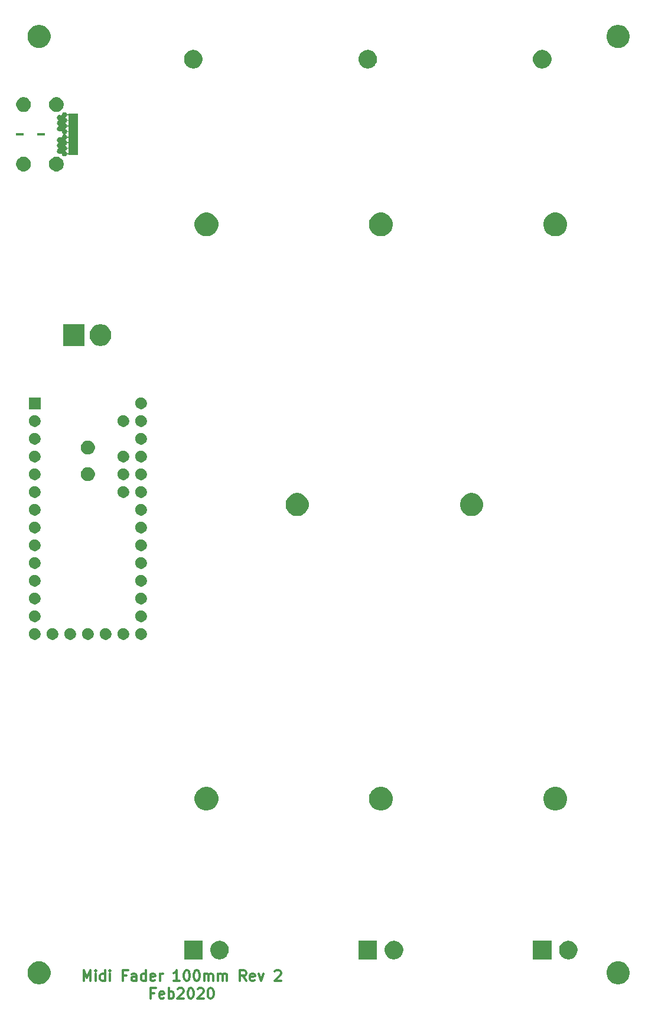
<source format=gbr>
G04 #@! TF.GenerationSoftware,KiCad,Pcbnew,(5.1.5)-3*
G04 #@! TF.CreationDate,2020-02-27T12:36:17+00:00*
G04 #@! TF.ProjectId,midi fader alps 100mm,6d696469-2066-4616-9465-7220616c7073,rev?*
G04 #@! TF.SameCoordinates,Original*
G04 #@! TF.FileFunction,Soldermask,Top*
G04 #@! TF.FilePolarity,Negative*
%FSLAX46Y46*%
G04 Gerber Fmt 4.6, Leading zero omitted, Abs format (unit mm)*
G04 Created by KiCad (PCBNEW (5.1.5)-3) date 2020-02-27 12:36:17*
%MOMM*%
%LPD*%
G04 APERTURE LIST*
%ADD10C,0.300000*%
%ADD11C,0.100000*%
G04 APERTURE END LIST*
D10*
X130392857Y-187153571D02*
X130392857Y-185653571D01*
X130892857Y-186725000D01*
X131392857Y-185653571D01*
X131392857Y-187153571D01*
X132107142Y-187153571D02*
X132107142Y-186153571D01*
X132107142Y-185653571D02*
X132035714Y-185725000D01*
X132107142Y-185796428D01*
X132178571Y-185725000D01*
X132107142Y-185653571D01*
X132107142Y-185796428D01*
X133464285Y-187153571D02*
X133464285Y-185653571D01*
X133464285Y-187082142D02*
X133321428Y-187153571D01*
X133035714Y-187153571D01*
X132892857Y-187082142D01*
X132821428Y-187010714D01*
X132750000Y-186867857D01*
X132750000Y-186439285D01*
X132821428Y-186296428D01*
X132892857Y-186225000D01*
X133035714Y-186153571D01*
X133321428Y-186153571D01*
X133464285Y-186225000D01*
X134178571Y-187153571D02*
X134178571Y-186153571D01*
X134178571Y-185653571D02*
X134107142Y-185725000D01*
X134178571Y-185796428D01*
X134250000Y-185725000D01*
X134178571Y-185653571D01*
X134178571Y-185796428D01*
X136535714Y-186367857D02*
X136035714Y-186367857D01*
X136035714Y-187153571D02*
X136035714Y-185653571D01*
X136750000Y-185653571D01*
X137964285Y-187153571D02*
X137964285Y-186367857D01*
X137892857Y-186225000D01*
X137750000Y-186153571D01*
X137464285Y-186153571D01*
X137321428Y-186225000D01*
X137964285Y-187082142D02*
X137821428Y-187153571D01*
X137464285Y-187153571D01*
X137321428Y-187082142D01*
X137250000Y-186939285D01*
X137250000Y-186796428D01*
X137321428Y-186653571D01*
X137464285Y-186582142D01*
X137821428Y-186582142D01*
X137964285Y-186510714D01*
X139321428Y-187153571D02*
X139321428Y-185653571D01*
X139321428Y-187082142D02*
X139178571Y-187153571D01*
X138892857Y-187153571D01*
X138750000Y-187082142D01*
X138678571Y-187010714D01*
X138607142Y-186867857D01*
X138607142Y-186439285D01*
X138678571Y-186296428D01*
X138750000Y-186225000D01*
X138892857Y-186153571D01*
X139178571Y-186153571D01*
X139321428Y-186225000D01*
X140607142Y-187082142D02*
X140464285Y-187153571D01*
X140178571Y-187153571D01*
X140035714Y-187082142D01*
X139964285Y-186939285D01*
X139964285Y-186367857D01*
X140035714Y-186225000D01*
X140178571Y-186153571D01*
X140464285Y-186153571D01*
X140607142Y-186225000D01*
X140678571Y-186367857D01*
X140678571Y-186510714D01*
X139964285Y-186653571D01*
X141321428Y-187153571D02*
X141321428Y-186153571D01*
X141321428Y-186439285D02*
X141392857Y-186296428D01*
X141464285Y-186225000D01*
X141607142Y-186153571D01*
X141750000Y-186153571D01*
X144178571Y-187153571D02*
X143321428Y-187153571D01*
X143750000Y-187153571D02*
X143750000Y-185653571D01*
X143607142Y-185867857D01*
X143464285Y-186010714D01*
X143321428Y-186082142D01*
X145107142Y-185653571D02*
X145250000Y-185653571D01*
X145392857Y-185725000D01*
X145464285Y-185796428D01*
X145535714Y-185939285D01*
X145607142Y-186225000D01*
X145607142Y-186582142D01*
X145535714Y-186867857D01*
X145464285Y-187010714D01*
X145392857Y-187082142D01*
X145250000Y-187153571D01*
X145107142Y-187153571D01*
X144964285Y-187082142D01*
X144892857Y-187010714D01*
X144821428Y-186867857D01*
X144750000Y-186582142D01*
X144750000Y-186225000D01*
X144821428Y-185939285D01*
X144892857Y-185796428D01*
X144964285Y-185725000D01*
X145107142Y-185653571D01*
X146535714Y-185653571D02*
X146678571Y-185653571D01*
X146821428Y-185725000D01*
X146892857Y-185796428D01*
X146964285Y-185939285D01*
X147035714Y-186225000D01*
X147035714Y-186582142D01*
X146964285Y-186867857D01*
X146892857Y-187010714D01*
X146821428Y-187082142D01*
X146678571Y-187153571D01*
X146535714Y-187153571D01*
X146392857Y-187082142D01*
X146321428Y-187010714D01*
X146250000Y-186867857D01*
X146178571Y-186582142D01*
X146178571Y-186225000D01*
X146250000Y-185939285D01*
X146321428Y-185796428D01*
X146392857Y-185725000D01*
X146535714Y-185653571D01*
X147678571Y-187153571D02*
X147678571Y-186153571D01*
X147678571Y-186296428D02*
X147750000Y-186225000D01*
X147892857Y-186153571D01*
X148107142Y-186153571D01*
X148250000Y-186225000D01*
X148321428Y-186367857D01*
X148321428Y-187153571D01*
X148321428Y-186367857D02*
X148392857Y-186225000D01*
X148535714Y-186153571D01*
X148750000Y-186153571D01*
X148892857Y-186225000D01*
X148964285Y-186367857D01*
X148964285Y-187153571D01*
X149678571Y-187153571D02*
X149678571Y-186153571D01*
X149678571Y-186296428D02*
X149750000Y-186225000D01*
X149892857Y-186153571D01*
X150107142Y-186153571D01*
X150250000Y-186225000D01*
X150321428Y-186367857D01*
X150321428Y-187153571D01*
X150321428Y-186367857D02*
X150392857Y-186225000D01*
X150535714Y-186153571D01*
X150750000Y-186153571D01*
X150892857Y-186225000D01*
X150964285Y-186367857D01*
X150964285Y-187153571D01*
X153678571Y-187153571D02*
X153178571Y-186439285D01*
X152821428Y-187153571D02*
X152821428Y-185653571D01*
X153392857Y-185653571D01*
X153535714Y-185725000D01*
X153607142Y-185796428D01*
X153678571Y-185939285D01*
X153678571Y-186153571D01*
X153607142Y-186296428D01*
X153535714Y-186367857D01*
X153392857Y-186439285D01*
X152821428Y-186439285D01*
X154892857Y-187082142D02*
X154750000Y-187153571D01*
X154464285Y-187153571D01*
X154321428Y-187082142D01*
X154250000Y-186939285D01*
X154250000Y-186367857D01*
X154321428Y-186225000D01*
X154464285Y-186153571D01*
X154750000Y-186153571D01*
X154892857Y-186225000D01*
X154964285Y-186367857D01*
X154964285Y-186510714D01*
X154250000Y-186653571D01*
X155464285Y-186153571D02*
X155821428Y-187153571D01*
X156178571Y-186153571D01*
X157821428Y-185796428D02*
X157892857Y-185725000D01*
X158035714Y-185653571D01*
X158392857Y-185653571D01*
X158535714Y-185725000D01*
X158607142Y-185796428D01*
X158678571Y-185939285D01*
X158678571Y-186082142D01*
X158607142Y-186296428D01*
X157750000Y-187153571D01*
X158678571Y-187153571D01*
X140535714Y-188917857D02*
X140035714Y-188917857D01*
X140035714Y-189703571D02*
X140035714Y-188203571D01*
X140750000Y-188203571D01*
X141892857Y-189632142D02*
X141750000Y-189703571D01*
X141464285Y-189703571D01*
X141321428Y-189632142D01*
X141250000Y-189489285D01*
X141250000Y-188917857D01*
X141321428Y-188775000D01*
X141464285Y-188703571D01*
X141750000Y-188703571D01*
X141892857Y-188775000D01*
X141964285Y-188917857D01*
X141964285Y-189060714D01*
X141250000Y-189203571D01*
X142607142Y-189703571D02*
X142607142Y-188203571D01*
X142607142Y-188775000D02*
X142750000Y-188703571D01*
X143035714Y-188703571D01*
X143178571Y-188775000D01*
X143250000Y-188846428D01*
X143321428Y-188989285D01*
X143321428Y-189417857D01*
X143250000Y-189560714D01*
X143178571Y-189632142D01*
X143035714Y-189703571D01*
X142750000Y-189703571D01*
X142607142Y-189632142D01*
X143892857Y-188346428D02*
X143964285Y-188275000D01*
X144107142Y-188203571D01*
X144464285Y-188203571D01*
X144607142Y-188275000D01*
X144678571Y-188346428D01*
X144750000Y-188489285D01*
X144750000Y-188632142D01*
X144678571Y-188846428D01*
X143821428Y-189703571D01*
X144750000Y-189703571D01*
X145678571Y-188203571D02*
X145821428Y-188203571D01*
X145964285Y-188275000D01*
X146035714Y-188346428D01*
X146107142Y-188489285D01*
X146178571Y-188775000D01*
X146178571Y-189132142D01*
X146107142Y-189417857D01*
X146035714Y-189560714D01*
X145964285Y-189632142D01*
X145821428Y-189703571D01*
X145678571Y-189703571D01*
X145535714Y-189632142D01*
X145464285Y-189560714D01*
X145392857Y-189417857D01*
X145321428Y-189132142D01*
X145321428Y-188775000D01*
X145392857Y-188489285D01*
X145464285Y-188346428D01*
X145535714Y-188275000D01*
X145678571Y-188203571D01*
X146750000Y-188346428D02*
X146821428Y-188275000D01*
X146964285Y-188203571D01*
X147321428Y-188203571D01*
X147464285Y-188275000D01*
X147535714Y-188346428D01*
X147607142Y-188489285D01*
X147607142Y-188632142D01*
X147535714Y-188846428D01*
X146678571Y-189703571D01*
X147607142Y-189703571D01*
X148535714Y-188203571D02*
X148678571Y-188203571D01*
X148821428Y-188275000D01*
X148892857Y-188346428D01*
X148964285Y-188489285D01*
X149035714Y-188775000D01*
X149035714Y-189132142D01*
X148964285Y-189417857D01*
X148892857Y-189560714D01*
X148821428Y-189632142D01*
X148678571Y-189703571D01*
X148535714Y-189703571D01*
X148392857Y-189632142D01*
X148321428Y-189560714D01*
X148250000Y-189417857D01*
X148178571Y-189132142D01*
X148178571Y-188775000D01*
X148250000Y-188489285D01*
X148321428Y-188346428D01*
X148392857Y-188275000D01*
X148535714Y-188203571D01*
D11*
G36*
X207375256Y-184391298D02*
G01*
X207481579Y-184412447D01*
X207782042Y-184536903D01*
X208052451Y-184717585D01*
X208282415Y-184947549D01*
X208463097Y-185217958D01*
X208587553Y-185518421D01*
X208651000Y-185837391D01*
X208651000Y-186162609D01*
X208587553Y-186481579D01*
X208463097Y-186782042D01*
X208282415Y-187052451D01*
X208052451Y-187282415D01*
X207782042Y-187463097D01*
X207481579Y-187587553D01*
X207375256Y-187608702D01*
X207162611Y-187651000D01*
X206837389Y-187651000D01*
X206624744Y-187608702D01*
X206518421Y-187587553D01*
X206217958Y-187463097D01*
X205947549Y-187282415D01*
X205717585Y-187052451D01*
X205536903Y-186782042D01*
X205412447Y-186481579D01*
X205349000Y-186162609D01*
X205349000Y-185837391D01*
X205412447Y-185518421D01*
X205536903Y-185217958D01*
X205717585Y-184947549D01*
X205947549Y-184717585D01*
X206217958Y-184536903D01*
X206518421Y-184412447D01*
X206624744Y-184391298D01*
X206837389Y-184349000D01*
X207162611Y-184349000D01*
X207375256Y-184391298D01*
G37*
G36*
X124375256Y-184391298D02*
G01*
X124481579Y-184412447D01*
X124782042Y-184536903D01*
X125052451Y-184717585D01*
X125282415Y-184947549D01*
X125463097Y-185217958D01*
X125587553Y-185518421D01*
X125651000Y-185837391D01*
X125651000Y-186162609D01*
X125587553Y-186481579D01*
X125463097Y-186782042D01*
X125282415Y-187052451D01*
X125052451Y-187282415D01*
X124782042Y-187463097D01*
X124481579Y-187587553D01*
X124375256Y-187608702D01*
X124162611Y-187651000D01*
X123837389Y-187651000D01*
X123624744Y-187608702D01*
X123518421Y-187587553D01*
X123217958Y-187463097D01*
X122947549Y-187282415D01*
X122717585Y-187052451D01*
X122536903Y-186782042D01*
X122412447Y-186481579D01*
X122349000Y-186162609D01*
X122349000Y-185837391D01*
X122412447Y-185518421D01*
X122536903Y-185217958D01*
X122717585Y-184947549D01*
X122947549Y-184717585D01*
X123217958Y-184536903D01*
X123518421Y-184412447D01*
X123624744Y-184391298D01*
X123837389Y-184349000D01*
X124162611Y-184349000D01*
X124375256Y-184391298D01*
G37*
G36*
X200133690Y-181449478D02*
G01*
X200261780Y-181474957D01*
X200503097Y-181574914D01*
X200720276Y-181720029D01*
X200904971Y-181904724D01*
X201050086Y-182121903D01*
X201150043Y-182363220D01*
X201201000Y-182619400D01*
X201201000Y-182880600D01*
X201150043Y-183136780D01*
X201050086Y-183378097D01*
X200904971Y-183595276D01*
X200720276Y-183779971D01*
X200503097Y-183925086D01*
X200261780Y-184025043D01*
X200133690Y-184050521D01*
X200005601Y-184076000D01*
X199744399Y-184076000D01*
X199616310Y-184050522D01*
X199488220Y-184025043D01*
X199246903Y-183925086D01*
X199029724Y-183779971D01*
X198845029Y-183595276D01*
X198699914Y-183378097D01*
X198599957Y-183136780D01*
X198549000Y-182880600D01*
X198549000Y-182619400D01*
X198599957Y-182363220D01*
X198699914Y-182121903D01*
X198845029Y-181904724D01*
X199029724Y-181720029D01*
X199246903Y-181574914D01*
X199488220Y-181474957D01*
X199616310Y-181449478D01*
X199744399Y-181424000D01*
X200005601Y-181424000D01*
X200133690Y-181449478D01*
G37*
G36*
X147451000Y-184076000D02*
G01*
X144799000Y-184076000D01*
X144799000Y-181424000D01*
X147451000Y-181424000D01*
X147451000Y-184076000D01*
G37*
G36*
X150133690Y-181449478D02*
G01*
X150261780Y-181474957D01*
X150503097Y-181574914D01*
X150720276Y-181720029D01*
X150904971Y-181904724D01*
X151050086Y-182121903D01*
X151150043Y-182363220D01*
X151201000Y-182619400D01*
X151201000Y-182880600D01*
X151150043Y-183136780D01*
X151050086Y-183378097D01*
X150904971Y-183595276D01*
X150720276Y-183779971D01*
X150503097Y-183925086D01*
X150261780Y-184025043D01*
X150133690Y-184050521D01*
X150005601Y-184076000D01*
X149744399Y-184076000D01*
X149616310Y-184050522D01*
X149488220Y-184025043D01*
X149246903Y-183925086D01*
X149029724Y-183779971D01*
X148845029Y-183595276D01*
X148699914Y-183378097D01*
X148599957Y-183136780D01*
X148549000Y-182880600D01*
X148549000Y-182619400D01*
X148599957Y-182363220D01*
X148699914Y-182121903D01*
X148845029Y-181904724D01*
X149029724Y-181720029D01*
X149246903Y-181574914D01*
X149488220Y-181474957D01*
X149616310Y-181449478D01*
X149744399Y-181424000D01*
X150005601Y-181424000D01*
X150133690Y-181449478D01*
G37*
G36*
X172451000Y-184076000D02*
G01*
X169799000Y-184076000D01*
X169799000Y-181424000D01*
X172451000Y-181424000D01*
X172451000Y-184076000D01*
G37*
G36*
X175133690Y-181449478D02*
G01*
X175261780Y-181474957D01*
X175503097Y-181574914D01*
X175720276Y-181720029D01*
X175904971Y-181904724D01*
X176050086Y-182121903D01*
X176150043Y-182363220D01*
X176201000Y-182619400D01*
X176201000Y-182880600D01*
X176150043Y-183136780D01*
X176050086Y-183378097D01*
X175904971Y-183595276D01*
X175720276Y-183779971D01*
X175503097Y-183925086D01*
X175261780Y-184025043D01*
X175133690Y-184050521D01*
X175005601Y-184076000D01*
X174744399Y-184076000D01*
X174616310Y-184050522D01*
X174488220Y-184025043D01*
X174246903Y-183925086D01*
X174029724Y-183779971D01*
X173845029Y-183595276D01*
X173699914Y-183378097D01*
X173599957Y-183136780D01*
X173549000Y-182880600D01*
X173549000Y-182619400D01*
X173599957Y-182363220D01*
X173699914Y-182121903D01*
X173845029Y-181904724D01*
X174029724Y-181720029D01*
X174246903Y-181574914D01*
X174488220Y-181474957D01*
X174616310Y-181449478D01*
X174744399Y-181424000D01*
X175005601Y-181424000D01*
X175133690Y-181449478D01*
G37*
G36*
X197451000Y-184076000D02*
G01*
X194799000Y-184076000D01*
X194799000Y-181424000D01*
X197451000Y-181424000D01*
X197451000Y-184076000D01*
G37*
G36*
X148496162Y-159464368D02*
G01*
X148805724Y-159592593D01*
X148805725Y-159592594D01*
X149084324Y-159778747D01*
X149321253Y-160015676D01*
X149445637Y-160201830D01*
X149507407Y-160294276D01*
X149635632Y-160603838D01*
X149701000Y-160932465D01*
X149701000Y-161267535D01*
X149635632Y-161596162D01*
X149507407Y-161905724D01*
X149507406Y-161905725D01*
X149321253Y-162184324D01*
X149084324Y-162421253D01*
X148898170Y-162545637D01*
X148805724Y-162607407D01*
X148496162Y-162735632D01*
X148167535Y-162801000D01*
X147832465Y-162801000D01*
X147503838Y-162735632D01*
X147194276Y-162607407D01*
X147101830Y-162545637D01*
X146915676Y-162421253D01*
X146678747Y-162184324D01*
X146492594Y-161905725D01*
X146492593Y-161905724D01*
X146364368Y-161596162D01*
X146299000Y-161267535D01*
X146299000Y-160932465D01*
X146364368Y-160603838D01*
X146492593Y-160294276D01*
X146554363Y-160201830D01*
X146678747Y-160015676D01*
X146915676Y-159778747D01*
X147194275Y-159592594D01*
X147194276Y-159592593D01*
X147503838Y-159464368D01*
X147832465Y-159399000D01*
X148167535Y-159399000D01*
X148496162Y-159464368D01*
G37*
G36*
X173496162Y-159464368D02*
G01*
X173805724Y-159592593D01*
X173805725Y-159592594D01*
X174084324Y-159778747D01*
X174321253Y-160015676D01*
X174445637Y-160201830D01*
X174507407Y-160294276D01*
X174635632Y-160603838D01*
X174701000Y-160932465D01*
X174701000Y-161267535D01*
X174635632Y-161596162D01*
X174507407Y-161905724D01*
X174507406Y-161905725D01*
X174321253Y-162184324D01*
X174084324Y-162421253D01*
X173898170Y-162545637D01*
X173805724Y-162607407D01*
X173496162Y-162735632D01*
X173167535Y-162801000D01*
X172832465Y-162801000D01*
X172503838Y-162735632D01*
X172194276Y-162607407D01*
X172101830Y-162545637D01*
X171915676Y-162421253D01*
X171678747Y-162184324D01*
X171492594Y-161905725D01*
X171492593Y-161905724D01*
X171364368Y-161596162D01*
X171299000Y-161267535D01*
X171299000Y-160932465D01*
X171364368Y-160603838D01*
X171492593Y-160294276D01*
X171554363Y-160201830D01*
X171678747Y-160015676D01*
X171915676Y-159778747D01*
X172194275Y-159592594D01*
X172194276Y-159592593D01*
X172503838Y-159464368D01*
X172832465Y-159399000D01*
X173167535Y-159399000D01*
X173496162Y-159464368D01*
G37*
G36*
X198496162Y-159464368D02*
G01*
X198805724Y-159592593D01*
X198805725Y-159592594D01*
X199084324Y-159778747D01*
X199321253Y-160015676D01*
X199445637Y-160201830D01*
X199507407Y-160294276D01*
X199635632Y-160603838D01*
X199701000Y-160932465D01*
X199701000Y-161267535D01*
X199635632Y-161596162D01*
X199507407Y-161905724D01*
X199507406Y-161905725D01*
X199321253Y-162184324D01*
X199084324Y-162421253D01*
X198898170Y-162545637D01*
X198805724Y-162607407D01*
X198496162Y-162735632D01*
X198167535Y-162801000D01*
X197832465Y-162801000D01*
X197503838Y-162735632D01*
X197194276Y-162607407D01*
X197101830Y-162545637D01*
X196915676Y-162421253D01*
X196678747Y-162184324D01*
X196492594Y-161905725D01*
X196492593Y-161905724D01*
X196364368Y-161596162D01*
X196299000Y-161267535D01*
X196299000Y-160932465D01*
X196364368Y-160603838D01*
X196492593Y-160294276D01*
X196554363Y-160201830D01*
X196678747Y-160015676D01*
X196915676Y-159778747D01*
X197194275Y-159592594D01*
X197194276Y-159592593D01*
X197503838Y-159464368D01*
X197832465Y-159399000D01*
X198167535Y-159399000D01*
X198496162Y-159464368D01*
G37*
G36*
X138868228Y-136691703D02*
G01*
X139023100Y-136755853D01*
X139162481Y-136848985D01*
X139281015Y-136967519D01*
X139374147Y-137106900D01*
X139438297Y-137261772D01*
X139471000Y-137426184D01*
X139471000Y-137593816D01*
X139438297Y-137758228D01*
X139374147Y-137913100D01*
X139281015Y-138052481D01*
X139162481Y-138171015D01*
X139023100Y-138264147D01*
X138868228Y-138328297D01*
X138703816Y-138361000D01*
X138536184Y-138361000D01*
X138371772Y-138328297D01*
X138216900Y-138264147D01*
X138077519Y-138171015D01*
X137958985Y-138052481D01*
X137865853Y-137913100D01*
X137801703Y-137758228D01*
X137769000Y-137593816D01*
X137769000Y-137426184D01*
X137801703Y-137261772D01*
X137865853Y-137106900D01*
X137958985Y-136967519D01*
X138077519Y-136848985D01*
X138216900Y-136755853D01*
X138371772Y-136691703D01*
X138536184Y-136659000D01*
X138703816Y-136659000D01*
X138868228Y-136691703D01*
G37*
G36*
X123628228Y-136691703D02*
G01*
X123783100Y-136755853D01*
X123922481Y-136848985D01*
X124041015Y-136967519D01*
X124134147Y-137106900D01*
X124198297Y-137261772D01*
X124231000Y-137426184D01*
X124231000Y-137593816D01*
X124198297Y-137758228D01*
X124134147Y-137913100D01*
X124041015Y-138052481D01*
X123922481Y-138171015D01*
X123783100Y-138264147D01*
X123628228Y-138328297D01*
X123463816Y-138361000D01*
X123296184Y-138361000D01*
X123131772Y-138328297D01*
X122976900Y-138264147D01*
X122837519Y-138171015D01*
X122718985Y-138052481D01*
X122625853Y-137913100D01*
X122561703Y-137758228D01*
X122529000Y-137593816D01*
X122529000Y-137426184D01*
X122561703Y-137261772D01*
X122625853Y-137106900D01*
X122718985Y-136967519D01*
X122837519Y-136848985D01*
X122976900Y-136755853D01*
X123131772Y-136691703D01*
X123296184Y-136659000D01*
X123463816Y-136659000D01*
X123628228Y-136691703D01*
G37*
G36*
X126168228Y-136691703D02*
G01*
X126323100Y-136755853D01*
X126462481Y-136848985D01*
X126581015Y-136967519D01*
X126674147Y-137106900D01*
X126738297Y-137261772D01*
X126771000Y-137426184D01*
X126771000Y-137593816D01*
X126738297Y-137758228D01*
X126674147Y-137913100D01*
X126581015Y-138052481D01*
X126462481Y-138171015D01*
X126323100Y-138264147D01*
X126168228Y-138328297D01*
X126003816Y-138361000D01*
X125836184Y-138361000D01*
X125671772Y-138328297D01*
X125516900Y-138264147D01*
X125377519Y-138171015D01*
X125258985Y-138052481D01*
X125165853Y-137913100D01*
X125101703Y-137758228D01*
X125069000Y-137593816D01*
X125069000Y-137426184D01*
X125101703Y-137261772D01*
X125165853Y-137106900D01*
X125258985Y-136967519D01*
X125377519Y-136848985D01*
X125516900Y-136755853D01*
X125671772Y-136691703D01*
X125836184Y-136659000D01*
X126003816Y-136659000D01*
X126168228Y-136691703D01*
G37*
G36*
X128708228Y-136691703D02*
G01*
X128863100Y-136755853D01*
X129002481Y-136848985D01*
X129121015Y-136967519D01*
X129214147Y-137106900D01*
X129278297Y-137261772D01*
X129311000Y-137426184D01*
X129311000Y-137593816D01*
X129278297Y-137758228D01*
X129214147Y-137913100D01*
X129121015Y-138052481D01*
X129002481Y-138171015D01*
X128863100Y-138264147D01*
X128708228Y-138328297D01*
X128543816Y-138361000D01*
X128376184Y-138361000D01*
X128211772Y-138328297D01*
X128056900Y-138264147D01*
X127917519Y-138171015D01*
X127798985Y-138052481D01*
X127705853Y-137913100D01*
X127641703Y-137758228D01*
X127609000Y-137593816D01*
X127609000Y-137426184D01*
X127641703Y-137261772D01*
X127705853Y-137106900D01*
X127798985Y-136967519D01*
X127917519Y-136848985D01*
X128056900Y-136755853D01*
X128211772Y-136691703D01*
X128376184Y-136659000D01*
X128543816Y-136659000D01*
X128708228Y-136691703D01*
G37*
G36*
X136328228Y-136691703D02*
G01*
X136483100Y-136755853D01*
X136622481Y-136848985D01*
X136741015Y-136967519D01*
X136834147Y-137106900D01*
X136898297Y-137261772D01*
X136931000Y-137426184D01*
X136931000Y-137593816D01*
X136898297Y-137758228D01*
X136834147Y-137913100D01*
X136741015Y-138052481D01*
X136622481Y-138171015D01*
X136483100Y-138264147D01*
X136328228Y-138328297D01*
X136163816Y-138361000D01*
X135996184Y-138361000D01*
X135831772Y-138328297D01*
X135676900Y-138264147D01*
X135537519Y-138171015D01*
X135418985Y-138052481D01*
X135325853Y-137913100D01*
X135261703Y-137758228D01*
X135229000Y-137593816D01*
X135229000Y-137426184D01*
X135261703Y-137261772D01*
X135325853Y-137106900D01*
X135418985Y-136967519D01*
X135537519Y-136848985D01*
X135676900Y-136755853D01*
X135831772Y-136691703D01*
X135996184Y-136659000D01*
X136163816Y-136659000D01*
X136328228Y-136691703D01*
G37*
G36*
X133788228Y-136691703D02*
G01*
X133943100Y-136755853D01*
X134082481Y-136848985D01*
X134201015Y-136967519D01*
X134294147Y-137106900D01*
X134358297Y-137261772D01*
X134391000Y-137426184D01*
X134391000Y-137593816D01*
X134358297Y-137758228D01*
X134294147Y-137913100D01*
X134201015Y-138052481D01*
X134082481Y-138171015D01*
X133943100Y-138264147D01*
X133788228Y-138328297D01*
X133623816Y-138361000D01*
X133456184Y-138361000D01*
X133291772Y-138328297D01*
X133136900Y-138264147D01*
X132997519Y-138171015D01*
X132878985Y-138052481D01*
X132785853Y-137913100D01*
X132721703Y-137758228D01*
X132689000Y-137593816D01*
X132689000Y-137426184D01*
X132721703Y-137261772D01*
X132785853Y-137106900D01*
X132878985Y-136967519D01*
X132997519Y-136848985D01*
X133136900Y-136755853D01*
X133291772Y-136691703D01*
X133456184Y-136659000D01*
X133623816Y-136659000D01*
X133788228Y-136691703D01*
G37*
G36*
X131248228Y-136691703D02*
G01*
X131403100Y-136755853D01*
X131542481Y-136848985D01*
X131661015Y-136967519D01*
X131754147Y-137106900D01*
X131818297Y-137261772D01*
X131851000Y-137426184D01*
X131851000Y-137593816D01*
X131818297Y-137758228D01*
X131754147Y-137913100D01*
X131661015Y-138052481D01*
X131542481Y-138171015D01*
X131403100Y-138264147D01*
X131248228Y-138328297D01*
X131083816Y-138361000D01*
X130916184Y-138361000D01*
X130751772Y-138328297D01*
X130596900Y-138264147D01*
X130457519Y-138171015D01*
X130338985Y-138052481D01*
X130245853Y-137913100D01*
X130181703Y-137758228D01*
X130149000Y-137593816D01*
X130149000Y-137426184D01*
X130181703Y-137261772D01*
X130245853Y-137106900D01*
X130338985Y-136967519D01*
X130457519Y-136848985D01*
X130596900Y-136755853D01*
X130751772Y-136691703D01*
X130916184Y-136659000D01*
X131083816Y-136659000D01*
X131248228Y-136691703D01*
G37*
G36*
X138868228Y-134151703D02*
G01*
X139023100Y-134215853D01*
X139162481Y-134308985D01*
X139281015Y-134427519D01*
X139374147Y-134566900D01*
X139438297Y-134721772D01*
X139471000Y-134886184D01*
X139471000Y-135053816D01*
X139438297Y-135218228D01*
X139374147Y-135373100D01*
X139281015Y-135512481D01*
X139162481Y-135631015D01*
X139023100Y-135724147D01*
X138868228Y-135788297D01*
X138703816Y-135821000D01*
X138536184Y-135821000D01*
X138371772Y-135788297D01*
X138216900Y-135724147D01*
X138077519Y-135631015D01*
X137958985Y-135512481D01*
X137865853Y-135373100D01*
X137801703Y-135218228D01*
X137769000Y-135053816D01*
X137769000Y-134886184D01*
X137801703Y-134721772D01*
X137865853Y-134566900D01*
X137958985Y-134427519D01*
X138077519Y-134308985D01*
X138216900Y-134215853D01*
X138371772Y-134151703D01*
X138536184Y-134119000D01*
X138703816Y-134119000D01*
X138868228Y-134151703D01*
G37*
G36*
X123628228Y-134151703D02*
G01*
X123783100Y-134215853D01*
X123922481Y-134308985D01*
X124041015Y-134427519D01*
X124134147Y-134566900D01*
X124198297Y-134721772D01*
X124231000Y-134886184D01*
X124231000Y-135053816D01*
X124198297Y-135218228D01*
X124134147Y-135373100D01*
X124041015Y-135512481D01*
X123922481Y-135631015D01*
X123783100Y-135724147D01*
X123628228Y-135788297D01*
X123463816Y-135821000D01*
X123296184Y-135821000D01*
X123131772Y-135788297D01*
X122976900Y-135724147D01*
X122837519Y-135631015D01*
X122718985Y-135512481D01*
X122625853Y-135373100D01*
X122561703Y-135218228D01*
X122529000Y-135053816D01*
X122529000Y-134886184D01*
X122561703Y-134721772D01*
X122625853Y-134566900D01*
X122718985Y-134427519D01*
X122837519Y-134308985D01*
X122976900Y-134215853D01*
X123131772Y-134151703D01*
X123296184Y-134119000D01*
X123463816Y-134119000D01*
X123628228Y-134151703D01*
G37*
G36*
X123628228Y-131611703D02*
G01*
X123783100Y-131675853D01*
X123922481Y-131768985D01*
X124041015Y-131887519D01*
X124134147Y-132026900D01*
X124198297Y-132181772D01*
X124231000Y-132346184D01*
X124231000Y-132513816D01*
X124198297Y-132678228D01*
X124134147Y-132833100D01*
X124041015Y-132972481D01*
X123922481Y-133091015D01*
X123783100Y-133184147D01*
X123628228Y-133248297D01*
X123463816Y-133281000D01*
X123296184Y-133281000D01*
X123131772Y-133248297D01*
X122976900Y-133184147D01*
X122837519Y-133091015D01*
X122718985Y-132972481D01*
X122625853Y-132833100D01*
X122561703Y-132678228D01*
X122529000Y-132513816D01*
X122529000Y-132346184D01*
X122561703Y-132181772D01*
X122625853Y-132026900D01*
X122718985Y-131887519D01*
X122837519Y-131768985D01*
X122976900Y-131675853D01*
X123131772Y-131611703D01*
X123296184Y-131579000D01*
X123463816Y-131579000D01*
X123628228Y-131611703D01*
G37*
G36*
X138868228Y-131611703D02*
G01*
X139023100Y-131675853D01*
X139162481Y-131768985D01*
X139281015Y-131887519D01*
X139374147Y-132026900D01*
X139438297Y-132181772D01*
X139471000Y-132346184D01*
X139471000Y-132513816D01*
X139438297Y-132678228D01*
X139374147Y-132833100D01*
X139281015Y-132972481D01*
X139162481Y-133091015D01*
X139023100Y-133184147D01*
X138868228Y-133248297D01*
X138703816Y-133281000D01*
X138536184Y-133281000D01*
X138371772Y-133248297D01*
X138216900Y-133184147D01*
X138077519Y-133091015D01*
X137958985Y-132972481D01*
X137865853Y-132833100D01*
X137801703Y-132678228D01*
X137769000Y-132513816D01*
X137769000Y-132346184D01*
X137801703Y-132181772D01*
X137865853Y-132026900D01*
X137958985Y-131887519D01*
X138077519Y-131768985D01*
X138216900Y-131675853D01*
X138371772Y-131611703D01*
X138536184Y-131579000D01*
X138703816Y-131579000D01*
X138868228Y-131611703D01*
G37*
G36*
X138868228Y-129071703D02*
G01*
X139023100Y-129135853D01*
X139162481Y-129228985D01*
X139281015Y-129347519D01*
X139374147Y-129486900D01*
X139438297Y-129641772D01*
X139471000Y-129806184D01*
X139471000Y-129973816D01*
X139438297Y-130138228D01*
X139374147Y-130293100D01*
X139281015Y-130432481D01*
X139162481Y-130551015D01*
X139023100Y-130644147D01*
X138868228Y-130708297D01*
X138703816Y-130741000D01*
X138536184Y-130741000D01*
X138371772Y-130708297D01*
X138216900Y-130644147D01*
X138077519Y-130551015D01*
X137958985Y-130432481D01*
X137865853Y-130293100D01*
X137801703Y-130138228D01*
X137769000Y-129973816D01*
X137769000Y-129806184D01*
X137801703Y-129641772D01*
X137865853Y-129486900D01*
X137958985Y-129347519D01*
X138077519Y-129228985D01*
X138216900Y-129135853D01*
X138371772Y-129071703D01*
X138536184Y-129039000D01*
X138703816Y-129039000D01*
X138868228Y-129071703D01*
G37*
G36*
X123628228Y-129071703D02*
G01*
X123783100Y-129135853D01*
X123922481Y-129228985D01*
X124041015Y-129347519D01*
X124134147Y-129486900D01*
X124198297Y-129641772D01*
X124231000Y-129806184D01*
X124231000Y-129973816D01*
X124198297Y-130138228D01*
X124134147Y-130293100D01*
X124041015Y-130432481D01*
X123922481Y-130551015D01*
X123783100Y-130644147D01*
X123628228Y-130708297D01*
X123463816Y-130741000D01*
X123296184Y-130741000D01*
X123131772Y-130708297D01*
X122976900Y-130644147D01*
X122837519Y-130551015D01*
X122718985Y-130432481D01*
X122625853Y-130293100D01*
X122561703Y-130138228D01*
X122529000Y-129973816D01*
X122529000Y-129806184D01*
X122561703Y-129641772D01*
X122625853Y-129486900D01*
X122718985Y-129347519D01*
X122837519Y-129228985D01*
X122976900Y-129135853D01*
X123131772Y-129071703D01*
X123296184Y-129039000D01*
X123463816Y-129039000D01*
X123628228Y-129071703D01*
G37*
G36*
X123628228Y-126531703D02*
G01*
X123783100Y-126595853D01*
X123922481Y-126688985D01*
X124041015Y-126807519D01*
X124134147Y-126946900D01*
X124198297Y-127101772D01*
X124231000Y-127266184D01*
X124231000Y-127433816D01*
X124198297Y-127598228D01*
X124134147Y-127753100D01*
X124041015Y-127892481D01*
X123922481Y-128011015D01*
X123783100Y-128104147D01*
X123628228Y-128168297D01*
X123463816Y-128201000D01*
X123296184Y-128201000D01*
X123131772Y-128168297D01*
X122976900Y-128104147D01*
X122837519Y-128011015D01*
X122718985Y-127892481D01*
X122625853Y-127753100D01*
X122561703Y-127598228D01*
X122529000Y-127433816D01*
X122529000Y-127266184D01*
X122561703Y-127101772D01*
X122625853Y-126946900D01*
X122718985Y-126807519D01*
X122837519Y-126688985D01*
X122976900Y-126595853D01*
X123131772Y-126531703D01*
X123296184Y-126499000D01*
X123463816Y-126499000D01*
X123628228Y-126531703D01*
G37*
G36*
X138868228Y-126531703D02*
G01*
X139023100Y-126595853D01*
X139162481Y-126688985D01*
X139281015Y-126807519D01*
X139374147Y-126946900D01*
X139438297Y-127101772D01*
X139471000Y-127266184D01*
X139471000Y-127433816D01*
X139438297Y-127598228D01*
X139374147Y-127753100D01*
X139281015Y-127892481D01*
X139162481Y-128011015D01*
X139023100Y-128104147D01*
X138868228Y-128168297D01*
X138703816Y-128201000D01*
X138536184Y-128201000D01*
X138371772Y-128168297D01*
X138216900Y-128104147D01*
X138077519Y-128011015D01*
X137958985Y-127892481D01*
X137865853Y-127753100D01*
X137801703Y-127598228D01*
X137769000Y-127433816D01*
X137769000Y-127266184D01*
X137801703Y-127101772D01*
X137865853Y-126946900D01*
X137958985Y-126807519D01*
X138077519Y-126688985D01*
X138216900Y-126595853D01*
X138371772Y-126531703D01*
X138536184Y-126499000D01*
X138703816Y-126499000D01*
X138868228Y-126531703D01*
G37*
G36*
X123628228Y-123991703D02*
G01*
X123783100Y-124055853D01*
X123922481Y-124148985D01*
X124041015Y-124267519D01*
X124134147Y-124406900D01*
X124198297Y-124561772D01*
X124231000Y-124726184D01*
X124231000Y-124893816D01*
X124198297Y-125058228D01*
X124134147Y-125213100D01*
X124041015Y-125352481D01*
X123922481Y-125471015D01*
X123783100Y-125564147D01*
X123628228Y-125628297D01*
X123463816Y-125661000D01*
X123296184Y-125661000D01*
X123131772Y-125628297D01*
X122976900Y-125564147D01*
X122837519Y-125471015D01*
X122718985Y-125352481D01*
X122625853Y-125213100D01*
X122561703Y-125058228D01*
X122529000Y-124893816D01*
X122529000Y-124726184D01*
X122561703Y-124561772D01*
X122625853Y-124406900D01*
X122718985Y-124267519D01*
X122837519Y-124148985D01*
X122976900Y-124055853D01*
X123131772Y-123991703D01*
X123296184Y-123959000D01*
X123463816Y-123959000D01*
X123628228Y-123991703D01*
G37*
G36*
X138868228Y-123991703D02*
G01*
X139023100Y-124055853D01*
X139162481Y-124148985D01*
X139281015Y-124267519D01*
X139374147Y-124406900D01*
X139438297Y-124561772D01*
X139471000Y-124726184D01*
X139471000Y-124893816D01*
X139438297Y-125058228D01*
X139374147Y-125213100D01*
X139281015Y-125352481D01*
X139162481Y-125471015D01*
X139023100Y-125564147D01*
X138868228Y-125628297D01*
X138703816Y-125661000D01*
X138536184Y-125661000D01*
X138371772Y-125628297D01*
X138216900Y-125564147D01*
X138077519Y-125471015D01*
X137958985Y-125352481D01*
X137865853Y-125213100D01*
X137801703Y-125058228D01*
X137769000Y-124893816D01*
X137769000Y-124726184D01*
X137801703Y-124561772D01*
X137865853Y-124406900D01*
X137958985Y-124267519D01*
X138077519Y-124148985D01*
X138216900Y-124055853D01*
X138371772Y-123991703D01*
X138536184Y-123959000D01*
X138703816Y-123959000D01*
X138868228Y-123991703D01*
G37*
G36*
X123628228Y-121451703D02*
G01*
X123783100Y-121515853D01*
X123922481Y-121608985D01*
X124041015Y-121727519D01*
X124134147Y-121866900D01*
X124198297Y-122021772D01*
X124231000Y-122186184D01*
X124231000Y-122353816D01*
X124198297Y-122518228D01*
X124134147Y-122673100D01*
X124041015Y-122812481D01*
X123922481Y-122931015D01*
X123783100Y-123024147D01*
X123628228Y-123088297D01*
X123463816Y-123121000D01*
X123296184Y-123121000D01*
X123131772Y-123088297D01*
X122976900Y-123024147D01*
X122837519Y-122931015D01*
X122718985Y-122812481D01*
X122625853Y-122673100D01*
X122561703Y-122518228D01*
X122529000Y-122353816D01*
X122529000Y-122186184D01*
X122561703Y-122021772D01*
X122625853Y-121866900D01*
X122718985Y-121727519D01*
X122837519Y-121608985D01*
X122976900Y-121515853D01*
X123131772Y-121451703D01*
X123296184Y-121419000D01*
X123463816Y-121419000D01*
X123628228Y-121451703D01*
G37*
G36*
X138868228Y-121451703D02*
G01*
X139023100Y-121515853D01*
X139162481Y-121608985D01*
X139281015Y-121727519D01*
X139374147Y-121866900D01*
X139438297Y-122021772D01*
X139471000Y-122186184D01*
X139471000Y-122353816D01*
X139438297Y-122518228D01*
X139374147Y-122673100D01*
X139281015Y-122812481D01*
X139162481Y-122931015D01*
X139023100Y-123024147D01*
X138868228Y-123088297D01*
X138703816Y-123121000D01*
X138536184Y-123121000D01*
X138371772Y-123088297D01*
X138216900Y-123024147D01*
X138077519Y-122931015D01*
X137958985Y-122812481D01*
X137865853Y-122673100D01*
X137801703Y-122518228D01*
X137769000Y-122353816D01*
X137769000Y-122186184D01*
X137801703Y-122021772D01*
X137865853Y-121866900D01*
X137958985Y-121727519D01*
X138077519Y-121608985D01*
X138216900Y-121515853D01*
X138371772Y-121451703D01*
X138536184Y-121419000D01*
X138703816Y-121419000D01*
X138868228Y-121451703D01*
G37*
G36*
X161375256Y-117391298D02*
G01*
X161481579Y-117412447D01*
X161782042Y-117536903D01*
X162052451Y-117717585D01*
X162282415Y-117947549D01*
X162463097Y-118217958D01*
X162587553Y-118518421D01*
X162651000Y-118837391D01*
X162651000Y-119162609D01*
X162587553Y-119481579D01*
X162463097Y-119782042D01*
X162282415Y-120052451D01*
X162052451Y-120282415D01*
X161782042Y-120463097D01*
X161782041Y-120463098D01*
X161782040Y-120463098D01*
X161694037Y-120499550D01*
X161481579Y-120587553D01*
X161375256Y-120608702D01*
X161162611Y-120651000D01*
X160837389Y-120651000D01*
X160624744Y-120608702D01*
X160518421Y-120587553D01*
X160305963Y-120499550D01*
X160217960Y-120463098D01*
X160217959Y-120463098D01*
X160217958Y-120463097D01*
X159947549Y-120282415D01*
X159717585Y-120052451D01*
X159536903Y-119782042D01*
X159412447Y-119481579D01*
X159349000Y-119162609D01*
X159349000Y-118837391D01*
X159412447Y-118518421D01*
X159536903Y-118217958D01*
X159717585Y-117947549D01*
X159947549Y-117717585D01*
X160217958Y-117536903D01*
X160518421Y-117412447D01*
X160624744Y-117391298D01*
X160837389Y-117349000D01*
X161162611Y-117349000D01*
X161375256Y-117391298D01*
G37*
G36*
X186375256Y-117391298D02*
G01*
X186481579Y-117412447D01*
X186782042Y-117536903D01*
X187052451Y-117717585D01*
X187282415Y-117947549D01*
X187463097Y-118217958D01*
X187587553Y-118518421D01*
X187651000Y-118837391D01*
X187651000Y-119162609D01*
X187587553Y-119481579D01*
X187463097Y-119782042D01*
X187282415Y-120052451D01*
X187052451Y-120282415D01*
X186782042Y-120463097D01*
X186782041Y-120463098D01*
X186782040Y-120463098D01*
X186694037Y-120499550D01*
X186481579Y-120587553D01*
X186375256Y-120608702D01*
X186162611Y-120651000D01*
X185837389Y-120651000D01*
X185624744Y-120608702D01*
X185518421Y-120587553D01*
X185305963Y-120499550D01*
X185217960Y-120463098D01*
X185217959Y-120463098D01*
X185217958Y-120463097D01*
X184947549Y-120282415D01*
X184717585Y-120052451D01*
X184536903Y-119782042D01*
X184412447Y-119481579D01*
X184349000Y-119162609D01*
X184349000Y-118837391D01*
X184412447Y-118518421D01*
X184536903Y-118217958D01*
X184717585Y-117947549D01*
X184947549Y-117717585D01*
X185217958Y-117536903D01*
X185518421Y-117412447D01*
X185624744Y-117391298D01*
X185837389Y-117349000D01*
X186162611Y-117349000D01*
X186375256Y-117391298D01*
G37*
G36*
X138868228Y-118911703D02*
G01*
X139023100Y-118975853D01*
X139162481Y-119068985D01*
X139281015Y-119187519D01*
X139374147Y-119326900D01*
X139438297Y-119481772D01*
X139471000Y-119646184D01*
X139471000Y-119813816D01*
X139438297Y-119978228D01*
X139374147Y-120133100D01*
X139281015Y-120272481D01*
X139162481Y-120391015D01*
X139023100Y-120484147D01*
X138868228Y-120548297D01*
X138703816Y-120581000D01*
X138536184Y-120581000D01*
X138371772Y-120548297D01*
X138216900Y-120484147D01*
X138077519Y-120391015D01*
X137958985Y-120272481D01*
X137865853Y-120133100D01*
X137801703Y-119978228D01*
X137769000Y-119813816D01*
X137769000Y-119646184D01*
X137801703Y-119481772D01*
X137865853Y-119326900D01*
X137958985Y-119187519D01*
X138077519Y-119068985D01*
X138216900Y-118975853D01*
X138371772Y-118911703D01*
X138536184Y-118879000D01*
X138703816Y-118879000D01*
X138868228Y-118911703D01*
G37*
G36*
X123628228Y-118911703D02*
G01*
X123783100Y-118975853D01*
X123922481Y-119068985D01*
X124041015Y-119187519D01*
X124134147Y-119326900D01*
X124198297Y-119481772D01*
X124231000Y-119646184D01*
X124231000Y-119813816D01*
X124198297Y-119978228D01*
X124134147Y-120133100D01*
X124041015Y-120272481D01*
X123922481Y-120391015D01*
X123783100Y-120484147D01*
X123628228Y-120548297D01*
X123463816Y-120581000D01*
X123296184Y-120581000D01*
X123131772Y-120548297D01*
X122976900Y-120484147D01*
X122837519Y-120391015D01*
X122718985Y-120272481D01*
X122625853Y-120133100D01*
X122561703Y-119978228D01*
X122529000Y-119813816D01*
X122529000Y-119646184D01*
X122561703Y-119481772D01*
X122625853Y-119326900D01*
X122718985Y-119187519D01*
X122837519Y-119068985D01*
X122976900Y-118975853D01*
X123131772Y-118911703D01*
X123296184Y-118879000D01*
X123463816Y-118879000D01*
X123628228Y-118911703D01*
G37*
G36*
X136328228Y-116371703D02*
G01*
X136483100Y-116435853D01*
X136622481Y-116528985D01*
X136741015Y-116647519D01*
X136834147Y-116786900D01*
X136898297Y-116941772D01*
X136931000Y-117106184D01*
X136931000Y-117273816D01*
X136898297Y-117438228D01*
X136834147Y-117593100D01*
X136741015Y-117732481D01*
X136622481Y-117851015D01*
X136483100Y-117944147D01*
X136328228Y-118008297D01*
X136163816Y-118041000D01*
X135996184Y-118041000D01*
X135831772Y-118008297D01*
X135676900Y-117944147D01*
X135537519Y-117851015D01*
X135418985Y-117732481D01*
X135325853Y-117593100D01*
X135261703Y-117438228D01*
X135229000Y-117273816D01*
X135229000Y-117106184D01*
X135261703Y-116941772D01*
X135325853Y-116786900D01*
X135418985Y-116647519D01*
X135537519Y-116528985D01*
X135676900Y-116435853D01*
X135831772Y-116371703D01*
X135996184Y-116339000D01*
X136163816Y-116339000D01*
X136328228Y-116371703D01*
G37*
G36*
X123628228Y-116371703D02*
G01*
X123783100Y-116435853D01*
X123922481Y-116528985D01*
X124041015Y-116647519D01*
X124134147Y-116786900D01*
X124198297Y-116941772D01*
X124231000Y-117106184D01*
X124231000Y-117273816D01*
X124198297Y-117438228D01*
X124134147Y-117593100D01*
X124041015Y-117732481D01*
X123922481Y-117851015D01*
X123783100Y-117944147D01*
X123628228Y-118008297D01*
X123463816Y-118041000D01*
X123296184Y-118041000D01*
X123131772Y-118008297D01*
X122976900Y-117944147D01*
X122837519Y-117851015D01*
X122718985Y-117732481D01*
X122625853Y-117593100D01*
X122561703Y-117438228D01*
X122529000Y-117273816D01*
X122529000Y-117106184D01*
X122561703Y-116941772D01*
X122625853Y-116786900D01*
X122718985Y-116647519D01*
X122837519Y-116528985D01*
X122976900Y-116435853D01*
X123131772Y-116371703D01*
X123296184Y-116339000D01*
X123463816Y-116339000D01*
X123628228Y-116371703D01*
G37*
G36*
X138868228Y-116371703D02*
G01*
X139023100Y-116435853D01*
X139162481Y-116528985D01*
X139281015Y-116647519D01*
X139374147Y-116786900D01*
X139438297Y-116941772D01*
X139471000Y-117106184D01*
X139471000Y-117273816D01*
X139438297Y-117438228D01*
X139374147Y-117593100D01*
X139281015Y-117732481D01*
X139162481Y-117851015D01*
X139023100Y-117944147D01*
X138868228Y-118008297D01*
X138703816Y-118041000D01*
X138536184Y-118041000D01*
X138371772Y-118008297D01*
X138216900Y-117944147D01*
X138077519Y-117851015D01*
X137958985Y-117732481D01*
X137865853Y-117593100D01*
X137801703Y-117438228D01*
X137769000Y-117273816D01*
X137769000Y-117106184D01*
X137801703Y-116941772D01*
X137865853Y-116786900D01*
X137958985Y-116647519D01*
X138077519Y-116528985D01*
X138216900Y-116435853D01*
X138371772Y-116371703D01*
X138536184Y-116339000D01*
X138703816Y-116339000D01*
X138868228Y-116371703D01*
G37*
G36*
X131195285Y-113668234D02*
G01*
X131291981Y-113687468D01*
X131474151Y-113762926D01*
X131638100Y-113872473D01*
X131777527Y-114011900D01*
X131887074Y-114175849D01*
X131962532Y-114358019D01*
X132001000Y-114551410D01*
X132001000Y-114748590D01*
X131962532Y-114941981D01*
X131887074Y-115124151D01*
X131777527Y-115288100D01*
X131638100Y-115427527D01*
X131474151Y-115537074D01*
X131291981Y-115612532D01*
X131195285Y-115631766D01*
X131098591Y-115651000D01*
X130901409Y-115651000D01*
X130804715Y-115631766D01*
X130708019Y-115612532D01*
X130525849Y-115537074D01*
X130361900Y-115427527D01*
X130222473Y-115288100D01*
X130112926Y-115124151D01*
X130037468Y-114941981D01*
X129999000Y-114748590D01*
X129999000Y-114551410D01*
X130037468Y-114358019D01*
X130112926Y-114175849D01*
X130222473Y-114011900D01*
X130361900Y-113872473D01*
X130525849Y-113762926D01*
X130708019Y-113687468D01*
X130804715Y-113668234D01*
X130901409Y-113649000D01*
X131098591Y-113649000D01*
X131195285Y-113668234D01*
G37*
G36*
X123628228Y-113831703D02*
G01*
X123783100Y-113895853D01*
X123922481Y-113988985D01*
X124041015Y-114107519D01*
X124134147Y-114246900D01*
X124198297Y-114401772D01*
X124231000Y-114566184D01*
X124231000Y-114733816D01*
X124198297Y-114898228D01*
X124134147Y-115053100D01*
X124041015Y-115192481D01*
X123922481Y-115311015D01*
X123783100Y-115404147D01*
X123628228Y-115468297D01*
X123463816Y-115501000D01*
X123296184Y-115501000D01*
X123131772Y-115468297D01*
X122976900Y-115404147D01*
X122837519Y-115311015D01*
X122718985Y-115192481D01*
X122625853Y-115053100D01*
X122561703Y-114898228D01*
X122529000Y-114733816D01*
X122529000Y-114566184D01*
X122561703Y-114401772D01*
X122625853Y-114246900D01*
X122718985Y-114107519D01*
X122837519Y-113988985D01*
X122976900Y-113895853D01*
X123131772Y-113831703D01*
X123296184Y-113799000D01*
X123463816Y-113799000D01*
X123628228Y-113831703D01*
G37*
G36*
X138868228Y-113831703D02*
G01*
X139023100Y-113895853D01*
X139162481Y-113988985D01*
X139281015Y-114107519D01*
X139374147Y-114246900D01*
X139438297Y-114401772D01*
X139471000Y-114566184D01*
X139471000Y-114733816D01*
X139438297Y-114898228D01*
X139374147Y-115053100D01*
X139281015Y-115192481D01*
X139162481Y-115311015D01*
X139023100Y-115404147D01*
X138868228Y-115468297D01*
X138703816Y-115501000D01*
X138536184Y-115501000D01*
X138371772Y-115468297D01*
X138216900Y-115404147D01*
X138077519Y-115311015D01*
X137958985Y-115192481D01*
X137865853Y-115053100D01*
X137801703Y-114898228D01*
X137769000Y-114733816D01*
X137769000Y-114566184D01*
X137801703Y-114401772D01*
X137865853Y-114246900D01*
X137958985Y-114107519D01*
X138077519Y-113988985D01*
X138216900Y-113895853D01*
X138371772Y-113831703D01*
X138536184Y-113799000D01*
X138703816Y-113799000D01*
X138868228Y-113831703D01*
G37*
G36*
X136328228Y-113831703D02*
G01*
X136483100Y-113895853D01*
X136622481Y-113988985D01*
X136741015Y-114107519D01*
X136834147Y-114246900D01*
X136898297Y-114401772D01*
X136931000Y-114566184D01*
X136931000Y-114733816D01*
X136898297Y-114898228D01*
X136834147Y-115053100D01*
X136741015Y-115192481D01*
X136622481Y-115311015D01*
X136483100Y-115404147D01*
X136328228Y-115468297D01*
X136163816Y-115501000D01*
X135996184Y-115501000D01*
X135831772Y-115468297D01*
X135676900Y-115404147D01*
X135537519Y-115311015D01*
X135418985Y-115192481D01*
X135325853Y-115053100D01*
X135261703Y-114898228D01*
X135229000Y-114733816D01*
X135229000Y-114566184D01*
X135261703Y-114401772D01*
X135325853Y-114246900D01*
X135418985Y-114107519D01*
X135537519Y-113988985D01*
X135676900Y-113895853D01*
X135831772Y-113831703D01*
X135996184Y-113799000D01*
X136163816Y-113799000D01*
X136328228Y-113831703D01*
G37*
G36*
X123628228Y-111291703D02*
G01*
X123783100Y-111355853D01*
X123922481Y-111448985D01*
X124041015Y-111567519D01*
X124134147Y-111706900D01*
X124198297Y-111861772D01*
X124231000Y-112026184D01*
X124231000Y-112193816D01*
X124198297Y-112358228D01*
X124134147Y-112513100D01*
X124041015Y-112652481D01*
X123922481Y-112771015D01*
X123783100Y-112864147D01*
X123628228Y-112928297D01*
X123463816Y-112961000D01*
X123296184Y-112961000D01*
X123131772Y-112928297D01*
X122976900Y-112864147D01*
X122837519Y-112771015D01*
X122718985Y-112652481D01*
X122625853Y-112513100D01*
X122561703Y-112358228D01*
X122529000Y-112193816D01*
X122529000Y-112026184D01*
X122561703Y-111861772D01*
X122625853Y-111706900D01*
X122718985Y-111567519D01*
X122837519Y-111448985D01*
X122976900Y-111355853D01*
X123131772Y-111291703D01*
X123296184Y-111259000D01*
X123463816Y-111259000D01*
X123628228Y-111291703D01*
G37*
G36*
X138868228Y-111291703D02*
G01*
X139023100Y-111355853D01*
X139162481Y-111448985D01*
X139281015Y-111567519D01*
X139374147Y-111706900D01*
X139438297Y-111861772D01*
X139471000Y-112026184D01*
X139471000Y-112193816D01*
X139438297Y-112358228D01*
X139374147Y-112513100D01*
X139281015Y-112652481D01*
X139162481Y-112771015D01*
X139023100Y-112864147D01*
X138868228Y-112928297D01*
X138703816Y-112961000D01*
X138536184Y-112961000D01*
X138371772Y-112928297D01*
X138216900Y-112864147D01*
X138077519Y-112771015D01*
X137958985Y-112652481D01*
X137865853Y-112513100D01*
X137801703Y-112358228D01*
X137769000Y-112193816D01*
X137769000Y-112026184D01*
X137801703Y-111861772D01*
X137865853Y-111706900D01*
X137958985Y-111567519D01*
X138077519Y-111448985D01*
X138216900Y-111355853D01*
X138371772Y-111291703D01*
X138536184Y-111259000D01*
X138703816Y-111259000D01*
X138868228Y-111291703D01*
G37*
G36*
X136328228Y-111291703D02*
G01*
X136483100Y-111355853D01*
X136622481Y-111448985D01*
X136741015Y-111567519D01*
X136834147Y-111706900D01*
X136898297Y-111861772D01*
X136931000Y-112026184D01*
X136931000Y-112193816D01*
X136898297Y-112358228D01*
X136834147Y-112513100D01*
X136741015Y-112652481D01*
X136622481Y-112771015D01*
X136483100Y-112864147D01*
X136328228Y-112928297D01*
X136163816Y-112961000D01*
X135996184Y-112961000D01*
X135831772Y-112928297D01*
X135676900Y-112864147D01*
X135537519Y-112771015D01*
X135418985Y-112652481D01*
X135325853Y-112513100D01*
X135261703Y-112358228D01*
X135229000Y-112193816D01*
X135229000Y-112026184D01*
X135261703Y-111861772D01*
X135325853Y-111706900D01*
X135418985Y-111567519D01*
X135537519Y-111448985D01*
X135676900Y-111355853D01*
X135831772Y-111291703D01*
X135996184Y-111259000D01*
X136163816Y-111259000D01*
X136328228Y-111291703D01*
G37*
G36*
X131291981Y-109877468D02*
G01*
X131474151Y-109952926D01*
X131638100Y-110062473D01*
X131777527Y-110201900D01*
X131887074Y-110365849D01*
X131962532Y-110548019D01*
X132001000Y-110741410D01*
X132001000Y-110938590D01*
X131962532Y-111131981D01*
X131887074Y-111314151D01*
X131777527Y-111478100D01*
X131638100Y-111617527D01*
X131474151Y-111727074D01*
X131291981Y-111802532D01*
X131195285Y-111821766D01*
X131098591Y-111841000D01*
X130901409Y-111841000D01*
X130804715Y-111821766D01*
X130708019Y-111802532D01*
X130525849Y-111727074D01*
X130361900Y-111617527D01*
X130222473Y-111478100D01*
X130112926Y-111314151D01*
X130037468Y-111131981D01*
X129999000Y-110938590D01*
X129999000Y-110741410D01*
X130037468Y-110548019D01*
X130112926Y-110365849D01*
X130222473Y-110201900D01*
X130361900Y-110062473D01*
X130525849Y-109952926D01*
X130708019Y-109877468D01*
X130901409Y-109839000D01*
X131098591Y-109839000D01*
X131291981Y-109877468D01*
G37*
G36*
X138868228Y-108751703D02*
G01*
X139023100Y-108815853D01*
X139162481Y-108908985D01*
X139281015Y-109027519D01*
X139374147Y-109166900D01*
X139438297Y-109321772D01*
X139471000Y-109486184D01*
X139471000Y-109653816D01*
X139438297Y-109818228D01*
X139374147Y-109973100D01*
X139281015Y-110112481D01*
X139162481Y-110231015D01*
X139023100Y-110324147D01*
X138868228Y-110388297D01*
X138703816Y-110421000D01*
X138536184Y-110421000D01*
X138371772Y-110388297D01*
X138216900Y-110324147D01*
X138077519Y-110231015D01*
X137958985Y-110112481D01*
X137865853Y-109973100D01*
X137801703Y-109818228D01*
X137769000Y-109653816D01*
X137769000Y-109486184D01*
X137801703Y-109321772D01*
X137865853Y-109166900D01*
X137958985Y-109027519D01*
X138077519Y-108908985D01*
X138216900Y-108815853D01*
X138371772Y-108751703D01*
X138536184Y-108719000D01*
X138703816Y-108719000D01*
X138868228Y-108751703D01*
G37*
G36*
X123628228Y-108751703D02*
G01*
X123783100Y-108815853D01*
X123922481Y-108908985D01*
X124041015Y-109027519D01*
X124134147Y-109166900D01*
X124198297Y-109321772D01*
X124231000Y-109486184D01*
X124231000Y-109653816D01*
X124198297Y-109818228D01*
X124134147Y-109973100D01*
X124041015Y-110112481D01*
X123922481Y-110231015D01*
X123783100Y-110324147D01*
X123628228Y-110388297D01*
X123463816Y-110421000D01*
X123296184Y-110421000D01*
X123131772Y-110388297D01*
X122976900Y-110324147D01*
X122837519Y-110231015D01*
X122718985Y-110112481D01*
X122625853Y-109973100D01*
X122561703Y-109818228D01*
X122529000Y-109653816D01*
X122529000Y-109486184D01*
X122561703Y-109321772D01*
X122625853Y-109166900D01*
X122718985Y-109027519D01*
X122837519Y-108908985D01*
X122976900Y-108815853D01*
X123131772Y-108751703D01*
X123296184Y-108719000D01*
X123463816Y-108719000D01*
X123628228Y-108751703D01*
G37*
G36*
X138868228Y-106211703D02*
G01*
X139023100Y-106275853D01*
X139162481Y-106368985D01*
X139281015Y-106487519D01*
X139374147Y-106626900D01*
X139438297Y-106781772D01*
X139471000Y-106946184D01*
X139471000Y-107113816D01*
X139438297Y-107278228D01*
X139374147Y-107433100D01*
X139281015Y-107572481D01*
X139162481Y-107691015D01*
X139023100Y-107784147D01*
X138868228Y-107848297D01*
X138703816Y-107881000D01*
X138536184Y-107881000D01*
X138371772Y-107848297D01*
X138216900Y-107784147D01*
X138077519Y-107691015D01*
X137958985Y-107572481D01*
X137865853Y-107433100D01*
X137801703Y-107278228D01*
X137769000Y-107113816D01*
X137769000Y-106946184D01*
X137801703Y-106781772D01*
X137865853Y-106626900D01*
X137958985Y-106487519D01*
X138077519Y-106368985D01*
X138216900Y-106275853D01*
X138371772Y-106211703D01*
X138536184Y-106179000D01*
X138703816Y-106179000D01*
X138868228Y-106211703D01*
G37*
G36*
X136328228Y-106211703D02*
G01*
X136483100Y-106275853D01*
X136622481Y-106368985D01*
X136741015Y-106487519D01*
X136834147Y-106626900D01*
X136898297Y-106781772D01*
X136931000Y-106946184D01*
X136931000Y-107113816D01*
X136898297Y-107278228D01*
X136834147Y-107433100D01*
X136741015Y-107572481D01*
X136622481Y-107691015D01*
X136483100Y-107784147D01*
X136328228Y-107848297D01*
X136163816Y-107881000D01*
X135996184Y-107881000D01*
X135831772Y-107848297D01*
X135676900Y-107784147D01*
X135537519Y-107691015D01*
X135418985Y-107572481D01*
X135325853Y-107433100D01*
X135261703Y-107278228D01*
X135229000Y-107113816D01*
X135229000Y-106946184D01*
X135261703Y-106781772D01*
X135325853Y-106626900D01*
X135418985Y-106487519D01*
X135537519Y-106368985D01*
X135676900Y-106275853D01*
X135831772Y-106211703D01*
X135996184Y-106179000D01*
X136163816Y-106179000D01*
X136328228Y-106211703D01*
G37*
G36*
X123628228Y-106211703D02*
G01*
X123783100Y-106275853D01*
X123922481Y-106368985D01*
X124041015Y-106487519D01*
X124134147Y-106626900D01*
X124198297Y-106781772D01*
X124231000Y-106946184D01*
X124231000Y-107113816D01*
X124198297Y-107278228D01*
X124134147Y-107433100D01*
X124041015Y-107572481D01*
X123922481Y-107691015D01*
X123783100Y-107784147D01*
X123628228Y-107848297D01*
X123463816Y-107881000D01*
X123296184Y-107881000D01*
X123131772Y-107848297D01*
X122976900Y-107784147D01*
X122837519Y-107691015D01*
X122718985Y-107572481D01*
X122625853Y-107433100D01*
X122561703Y-107278228D01*
X122529000Y-107113816D01*
X122529000Y-106946184D01*
X122561703Y-106781772D01*
X122625853Y-106626900D01*
X122718985Y-106487519D01*
X122837519Y-106368985D01*
X122976900Y-106275853D01*
X123131772Y-106211703D01*
X123296184Y-106179000D01*
X123463816Y-106179000D01*
X123628228Y-106211703D01*
G37*
G36*
X138868228Y-103671703D02*
G01*
X139023100Y-103735853D01*
X139162481Y-103828985D01*
X139281015Y-103947519D01*
X139374147Y-104086900D01*
X139438297Y-104241772D01*
X139471000Y-104406184D01*
X139471000Y-104573816D01*
X139438297Y-104738228D01*
X139374147Y-104893100D01*
X139281015Y-105032481D01*
X139162481Y-105151015D01*
X139023100Y-105244147D01*
X138868228Y-105308297D01*
X138703816Y-105341000D01*
X138536184Y-105341000D01*
X138371772Y-105308297D01*
X138216900Y-105244147D01*
X138077519Y-105151015D01*
X137958985Y-105032481D01*
X137865853Y-104893100D01*
X137801703Y-104738228D01*
X137769000Y-104573816D01*
X137769000Y-104406184D01*
X137801703Y-104241772D01*
X137865853Y-104086900D01*
X137958985Y-103947519D01*
X138077519Y-103828985D01*
X138216900Y-103735853D01*
X138371772Y-103671703D01*
X138536184Y-103639000D01*
X138703816Y-103639000D01*
X138868228Y-103671703D01*
G37*
G36*
X124231000Y-105341000D02*
G01*
X122529000Y-105341000D01*
X122529000Y-103639000D01*
X124231000Y-103639000D01*
X124231000Y-105341000D01*
G37*
G36*
X130550870Y-96300870D02*
G01*
X127449130Y-96300870D01*
X127449130Y-93199130D01*
X130550870Y-93199130D01*
X130550870Y-96300870D01*
G37*
G36*
X133162497Y-93238863D02*
G01*
X133262372Y-93258729D01*
X133379279Y-93307154D01*
X133544611Y-93375636D01*
X133798621Y-93545360D01*
X134014640Y-93761379D01*
X134184364Y-94015389D01*
X134301271Y-94297629D01*
X134360870Y-94597251D01*
X134360870Y-94902749D01*
X134301271Y-95202371D01*
X134184364Y-95484611D01*
X134014640Y-95738621D01*
X133798621Y-95954640D01*
X133544611Y-96124364D01*
X133379279Y-96192846D01*
X133262372Y-96241271D01*
X133162497Y-96261137D01*
X132962749Y-96300870D01*
X132657251Y-96300870D01*
X132457503Y-96261137D01*
X132357628Y-96241271D01*
X132240721Y-96192846D01*
X132075389Y-96124364D01*
X131821379Y-95954640D01*
X131605360Y-95738621D01*
X131435636Y-95484611D01*
X131318729Y-95202371D01*
X131259130Y-94902749D01*
X131259130Y-94597251D01*
X131318729Y-94297629D01*
X131435636Y-94015389D01*
X131605360Y-93761379D01*
X131821379Y-93545360D01*
X132075389Y-93375636D01*
X132240721Y-93307154D01*
X132357628Y-93258729D01*
X132457503Y-93238863D01*
X132657251Y-93199130D01*
X132962749Y-93199130D01*
X133162497Y-93238863D01*
G37*
G36*
X198496162Y-77264368D02*
G01*
X198805724Y-77392593D01*
X198805725Y-77392594D01*
X199084324Y-77578747D01*
X199321253Y-77815676D01*
X199445637Y-78001830D01*
X199507407Y-78094276D01*
X199635632Y-78403838D01*
X199701000Y-78732465D01*
X199701000Y-79067535D01*
X199635632Y-79396162D01*
X199507407Y-79705724D01*
X199507406Y-79705725D01*
X199321253Y-79984324D01*
X199084324Y-80221253D01*
X198898170Y-80345637D01*
X198805724Y-80407407D01*
X198496162Y-80535632D01*
X198167535Y-80601000D01*
X197832465Y-80601000D01*
X197503838Y-80535632D01*
X197194276Y-80407407D01*
X197101830Y-80345637D01*
X196915676Y-80221253D01*
X196678747Y-79984324D01*
X196492594Y-79705725D01*
X196492593Y-79705724D01*
X196364368Y-79396162D01*
X196299000Y-79067535D01*
X196299000Y-78732465D01*
X196364368Y-78403838D01*
X196492593Y-78094276D01*
X196554363Y-78001830D01*
X196678747Y-77815676D01*
X196915676Y-77578747D01*
X197194275Y-77392594D01*
X197194276Y-77392593D01*
X197503838Y-77264368D01*
X197832465Y-77199000D01*
X198167535Y-77199000D01*
X198496162Y-77264368D01*
G37*
G36*
X148496162Y-77264368D02*
G01*
X148805724Y-77392593D01*
X148805725Y-77392594D01*
X149084324Y-77578747D01*
X149321253Y-77815676D01*
X149445637Y-78001830D01*
X149507407Y-78094276D01*
X149635632Y-78403838D01*
X149701000Y-78732465D01*
X149701000Y-79067535D01*
X149635632Y-79396162D01*
X149507407Y-79705724D01*
X149507406Y-79705725D01*
X149321253Y-79984324D01*
X149084324Y-80221253D01*
X148898170Y-80345637D01*
X148805724Y-80407407D01*
X148496162Y-80535632D01*
X148167535Y-80601000D01*
X147832465Y-80601000D01*
X147503838Y-80535632D01*
X147194276Y-80407407D01*
X147101830Y-80345637D01*
X146915676Y-80221253D01*
X146678747Y-79984324D01*
X146492594Y-79705725D01*
X146492593Y-79705724D01*
X146364368Y-79396162D01*
X146299000Y-79067535D01*
X146299000Y-78732465D01*
X146364368Y-78403838D01*
X146492593Y-78094276D01*
X146554363Y-78001830D01*
X146678747Y-77815676D01*
X146915676Y-77578747D01*
X147194275Y-77392594D01*
X147194276Y-77392593D01*
X147503838Y-77264368D01*
X147832465Y-77199000D01*
X148167535Y-77199000D01*
X148496162Y-77264368D01*
G37*
G36*
X173496162Y-77264368D02*
G01*
X173805724Y-77392593D01*
X173805725Y-77392594D01*
X174084324Y-77578747D01*
X174321253Y-77815676D01*
X174445637Y-78001830D01*
X174507407Y-78094276D01*
X174635632Y-78403838D01*
X174701000Y-78732465D01*
X174701000Y-79067535D01*
X174635632Y-79396162D01*
X174507407Y-79705724D01*
X174507406Y-79705725D01*
X174321253Y-79984324D01*
X174084324Y-80221253D01*
X173898170Y-80345637D01*
X173805724Y-80407407D01*
X173496162Y-80535632D01*
X173167535Y-80601000D01*
X172832465Y-80601000D01*
X172503838Y-80535632D01*
X172194276Y-80407407D01*
X172101830Y-80345637D01*
X171915676Y-80221253D01*
X171678747Y-79984324D01*
X171492594Y-79705725D01*
X171492593Y-79705724D01*
X171364368Y-79396162D01*
X171299000Y-79067535D01*
X171299000Y-78732465D01*
X171364368Y-78403838D01*
X171492593Y-78094276D01*
X171554363Y-78001830D01*
X171678747Y-77815676D01*
X171915676Y-77578747D01*
X172194275Y-77392594D01*
X172194276Y-77392593D01*
X172503838Y-77264368D01*
X172832465Y-77199000D01*
X173167535Y-77199000D01*
X173496162Y-77264368D01*
G37*
G36*
X122005245Y-69240080D02*
G01*
X122073315Y-69253620D01*
X122265677Y-69333299D01*
X122438798Y-69448975D01*
X122586025Y-69596202D01*
X122701701Y-69769323D01*
X122781380Y-69961685D01*
X122822000Y-70165895D01*
X122822000Y-70374105D01*
X122781380Y-70578315D01*
X122701701Y-70770677D01*
X122586025Y-70943798D01*
X122438798Y-71091025D01*
X122265677Y-71206701D01*
X122073315Y-71286380D01*
X122005245Y-71299920D01*
X121869107Y-71327000D01*
X121660893Y-71327000D01*
X121524755Y-71299920D01*
X121456685Y-71286380D01*
X121264323Y-71206701D01*
X121091202Y-71091025D01*
X120943975Y-70943798D01*
X120828299Y-70770677D01*
X120748620Y-70578315D01*
X120708000Y-70374105D01*
X120708000Y-70165895D01*
X120748620Y-69961685D01*
X120828299Y-69769323D01*
X120943975Y-69596202D01*
X121091202Y-69448975D01*
X121264323Y-69333299D01*
X121456685Y-69253620D01*
X121524755Y-69240080D01*
X121660893Y-69213000D01*
X121869107Y-69213000D01*
X122005245Y-69240080D01*
G37*
G36*
X126735245Y-69240080D02*
G01*
X126803315Y-69253620D01*
X126995677Y-69333299D01*
X127168798Y-69448975D01*
X127316025Y-69596202D01*
X127431701Y-69769323D01*
X127511380Y-69961685D01*
X127552000Y-70165895D01*
X127552000Y-70374105D01*
X127511380Y-70578315D01*
X127431701Y-70770677D01*
X127316025Y-70943798D01*
X127168798Y-71091025D01*
X126995677Y-71206701D01*
X126803315Y-71286380D01*
X126735245Y-71299920D01*
X126599107Y-71327000D01*
X126390893Y-71327000D01*
X126254755Y-71299920D01*
X126186685Y-71286380D01*
X125994323Y-71206701D01*
X125821202Y-71091025D01*
X125673975Y-70943798D01*
X125558299Y-70770677D01*
X125478620Y-70578315D01*
X125438000Y-70374105D01*
X125438000Y-70165895D01*
X125478620Y-69961685D01*
X125558299Y-69769323D01*
X125673975Y-69596202D01*
X125821202Y-69448975D01*
X125994323Y-69333299D01*
X126186685Y-69253620D01*
X126254755Y-69240080D01*
X126390893Y-69213000D01*
X126599107Y-69213000D01*
X126735245Y-69240080D01*
G37*
G36*
X127754672Y-62838449D02*
G01*
X127754674Y-62838450D01*
X127754675Y-62838450D01*
X127823103Y-62866793D01*
X127884686Y-62907942D01*
X127937058Y-62960314D01*
X127978207Y-63021897D01*
X127989433Y-63049000D01*
X128003517Y-63083002D01*
X128015069Y-63104612D01*
X128030614Y-63123554D01*
X128049556Y-63139099D01*
X128071167Y-63150650D01*
X128094616Y-63157763D01*
X128119002Y-63160165D01*
X128143388Y-63157763D01*
X128166837Y-63150650D01*
X128188447Y-63139098D01*
X128207389Y-63123553D01*
X128222934Y-63104611D01*
X128234485Y-63083000D01*
X128241598Y-63059551D01*
X128242637Y-63049000D01*
X129546000Y-63049000D01*
X129546000Y-68951000D01*
X128242637Y-68951000D01*
X128241598Y-68940448D01*
X128234485Y-68916999D01*
X128222934Y-68895388D01*
X128207389Y-68876446D01*
X128188447Y-68860901D01*
X128166836Y-68849350D01*
X128143387Y-68842237D01*
X128119001Y-68839835D01*
X128094615Y-68842237D01*
X128071166Y-68849350D01*
X128049555Y-68860901D01*
X128030613Y-68876446D01*
X128015068Y-68895388D01*
X128003517Y-68916998D01*
X127999304Y-68927169D01*
X127978207Y-68978103D01*
X127937058Y-69039686D01*
X127884686Y-69092058D01*
X127823103Y-69133207D01*
X127754675Y-69161550D01*
X127754674Y-69161550D01*
X127754672Y-69161551D01*
X127682034Y-69176000D01*
X127607966Y-69176000D01*
X127535328Y-69161551D01*
X127535326Y-69161550D01*
X127535325Y-69161550D01*
X127466897Y-69133207D01*
X127405314Y-69092058D01*
X127352942Y-69039686D01*
X127311793Y-68978103D01*
X127283450Y-68909675D01*
X127283449Y-68909673D01*
X127268528Y-68834662D01*
X127261415Y-68811214D01*
X127249864Y-68789603D01*
X127234318Y-68770661D01*
X127215376Y-68755116D01*
X127193766Y-68743565D01*
X127170317Y-68736452D01*
X127145931Y-68734050D01*
X127121544Y-68736452D01*
X127098096Y-68743565D01*
X127054674Y-68761551D01*
X126982034Y-68776000D01*
X126907966Y-68776000D01*
X126835328Y-68761551D01*
X126835326Y-68761550D01*
X126835325Y-68761550D01*
X126766897Y-68733207D01*
X126705314Y-68692058D01*
X126652942Y-68639686D01*
X126611793Y-68578103D01*
X126583450Y-68509675D01*
X126571149Y-68447834D01*
X126569000Y-68437034D01*
X126569000Y-68399999D01*
X127823132Y-68399999D01*
X127825534Y-68424385D01*
X127832647Y-68447834D01*
X127844197Y-68469445D01*
X127859743Y-68488387D01*
X127878679Y-68503928D01*
X127884686Y-68507942D01*
X127937058Y-68560314D01*
X127978207Y-68621897D01*
X127985575Y-68639686D01*
X128003517Y-68683002D01*
X128015069Y-68704612D01*
X128030614Y-68723554D01*
X128049556Y-68739099D01*
X128071167Y-68750650D01*
X128094616Y-68757763D01*
X128119002Y-68760165D01*
X128143388Y-68757763D01*
X128166837Y-68750650D01*
X128188447Y-68739098D01*
X128207389Y-68723553D01*
X128222934Y-68704611D01*
X128234485Y-68683000D01*
X128241598Y-68659551D01*
X128244000Y-68635166D01*
X128244000Y-68164834D01*
X128241598Y-68140448D01*
X128234485Y-68116999D01*
X128222934Y-68095388D01*
X128207389Y-68076446D01*
X128188447Y-68060901D01*
X128166836Y-68049350D01*
X128143387Y-68042237D01*
X128119001Y-68039835D01*
X128094615Y-68042237D01*
X128071166Y-68049350D01*
X128049555Y-68060901D01*
X128030613Y-68076446D01*
X128015068Y-68095388D01*
X128003517Y-68116998D01*
X127999304Y-68127169D01*
X127978207Y-68178103D01*
X127937058Y-68239686D01*
X127884686Y-68292058D01*
X127878679Y-68296072D01*
X127859744Y-68311612D01*
X127844199Y-68330553D01*
X127832647Y-68352164D01*
X127825534Y-68375613D01*
X127823132Y-68399999D01*
X126569000Y-68399999D01*
X126569000Y-68362966D01*
X126583449Y-68290328D01*
X126583450Y-68290325D01*
X126611793Y-68221897D01*
X126652942Y-68160314D01*
X126705314Y-68107942D01*
X126711321Y-68103928D01*
X126730256Y-68088388D01*
X126745801Y-68069447D01*
X126757353Y-68047836D01*
X126764466Y-68024387D01*
X126766868Y-68000001D01*
X126764466Y-67975615D01*
X126757353Y-67952166D01*
X126745803Y-67930555D01*
X126730257Y-67911613D01*
X126711321Y-67896072D01*
X126705314Y-67892058D01*
X126652942Y-67839686D01*
X126611793Y-67778103D01*
X126583450Y-67709675D01*
X126571149Y-67647834D01*
X126569000Y-67637034D01*
X126569000Y-67599999D01*
X127823132Y-67599999D01*
X127825534Y-67624385D01*
X127832647Y-67647834D01*
X127844197Y-67669445D01*
X127859743Y-67688387D01*
X127878679Y-67703928D01*
X127884686Y-67707942D01*
X127937058Y-67760314D01*
X127978207Y-67821897D01*
X127985575Y-67839686D01*
X128003517Y-67883002D01*
X128015069Y-67904612D01*
X128030614Y-67923554D01*
X128049556Y-67939099D01*
X128071167Y-67950650D01*
X128094616Y-67957763D01*
X128119002Y-67960165D01*
X128143388Y-67957763D01*
X128166837Y-67950650D01*
X128188447Y-67939098D01*
X128207389Y-67923553D01*
X128222934Y-67904611D01*
X128234485Y-67883000D01*
X128241598Y-67859551D01*
X128244000Y-67835166D01*
X128244000Y-67364834D01*
X128241598Y-67340448D01*
X128234485Y-67316999D01*
X128222934Y-67295388D01*
X128207389Y-67276446D01*
X128188447Y-67260901D01*
X128166836Y-67249350D01*
X128143387Y-67242237D01*
X128119001Y-67239835D01*
X128094615Y-67242237D01*
X128071166Y-67249350D01*
X128049555Y-67260901D01*
X128030613Y-67276446D01*
X128015068Y-67295388D01*
X128003517Y-67316998D01*
X127999304Y-67327169D01*
X127978207Y-67378103D01*
X127937058Y-67439686D01*
X127884686Y-67492058D01*
X127878679Y-67496072D01*
X127859744Y-67511612D01*
X127844199Y-67530553D01*
X127832647Y-67552164D01*
X127825534Y-67575613D01*
X127823132Y-67599999D01*
X126569000Y-67599999D01*
X126569000Y-67562966D01*
X126583449Y-67490328D01*
X126583450Y-67490325D01*
X126611793Y-67421897D01*
X126652942Y-67360314D01*
X126705314Y-67307942D01*
X126711321Y-67303928D01*
X126730256Y-67288388D01*
X126745801Y-67269447D01*
X126757353Y-67247836D01*
X126764466Y-67224387D01*
X126766868Y-67200001D01*
X126764466Y-67175615D01*
X126757353Y-67152166D01*
X126745803Y-67130555D01*
X126730257Y-67111613D01*
X126711321Y-67096072D01*
X126705314Y-67092058D01*
X126652942Y-67039686D01*
X126611793Y-66978103D01*
X126583450Y-66909675D01*
X126571149Y-66847834D01*
X126569000Y-66837034D01*
X126569000Y-66799999D01*
X127823132Y-66799999D01*
X127825534Y-66824385D01*
X127832647Y-66847834D01*
X127844197Y-66869445D01*
X127859743Y-66888387D01*
X127878679Y-66903928D01*
X127884686Y-66907942D01*
X127937058Y-66960314D01*
X127978207Y-67021897D01*
X127985575Y-67039686D01*
X128003517Y-67083002D01*
X128015069Y-67104612D01*
X128030614Y-67123554D01*
X128049556Y-67139099D01*
X128071167Y-67150650D01*
X128094616Y-67157763D01*
X128119002Y-67160165D01*
X128143388Y-67157763D01*
X128166837Y-67150650D01*
X128188447Y-67139098D01*
X128207389Y-67123553D01*
X128222934Y-67104611D01*
X128234485Y-67083000D01*
X128241598Y-67059551D01*
X128244000Y-67035166D01*
X128244000Y-66564834D01*
X128241598Y-66540448D01*
X128234485Y-66516999D01*
X128222934Y-66495388D01*
X128207389Y-66476446D01*
X128188447Y-66460901D01*
X128166836Y-66449350D01*
X128143387Y-66442237D01*
X128119001Y-66439835D01*
X128094615Y-66442237D01*
X128071166Y-66449350D01*
X128049555Y-66460901D01*
X128030613Y-66476446D01*
X128015068Y-66495388D01*
X128003517Y-66516998D01*
X127999304Y-66527169D01*
X127978207Y-66578103D01*
X127937058Y-66639686D01*
X127884686Y-66692058D01*
X127878679Y-66696072D01*
X127859744Y-66711612D01*
X127844199Y-66730553D01*
X127832647Y-66752164D01*
X127825534Y-66775613D01*
X127823132Y-66799999D01*
X126569000Y-66799999D01*
X126569000Y-66762966D01*
X126583449Y-66690328D01*
X126583450Y-66690325D01*
X126611793Y-66621897D01*
X126652942Y-66560314D01*
X126705314Y-66507942D01*
X126766897Y-66466793D01*
X126835325Y-66438450D01*
X126835326Y-66438450D01*
X126835328Y-66438449D01*
X126907966Y-66424000D01*
X126982034Y-66424000D01*
X127054674Y-66438449D01*
X127098096Y-66456435D01*
X127121545Y-66463548D01*
X127145931Y-66465950D01*
X127170317Y-66463548D01*
X127193766Y-66456435D01*
X127215376Y-66444884D01*
X127234318Y-66429339D01*
X127249864Y-66410397D01*
X127261415Y-66388786D01*
X127268528Y-66365338D01*
X127283449Y-66290327D01*
X127296197Y-66259551D01*
X127311793Y-66221897D01*
X127352942Y-66160314D01*
X127405314Y-66107942D01*
X127411321Y-66103928D01*
X127430256Y-66088388D01*
X127445801Y-66069447D01*
X127457353Y-66047836D01*
X127464466Y-66024387D01*
X127466868Y-66000001D01*
X127466868Y-65999999D01*
X127823132Y-65999999D01*
X127825534Y-66024385D01*
X127832647Y-66047834D01*
X127844197Y-66069445D01*
X127859743Y-66088387D01*
X127878679Y-66103928D01*
X127884686Y-66107942D01*
X127937058Y-66160314D01*
X127978207Y-66221897D01*
X127993803Y-66259551D01*
X128003517Y-66283002D01*
X128015069Y-66304612D01*
X128030614Y-66323554D01*
X128049556Y-66339099D01*
X128071167Y-66350650D01*
X128094616Y-66357763D01*
X128119002Y-66360165D01*
X128143388Y-66357763D01*
X128166837Y-66350650D01*
X128188447Y-66339098D01*
X128207389Y-66323553D01*
X128222934Y-66304611D01*
X128234485Y-66283000D01*
X128241598Y-66259551D01*
X128244000Y-66235166D01*
X128244000Y-65764834D01*
X128241598Y-65740448D01*
X128234485Y-65716999D01*
X128222934Y-65695388D01*
X128207389Y-65676446D01*
X128188447Y-65660901D01*
X128166836Y-65649350D01*
X128143387Y-65642237D01*
X128119001Y-65639835D01*
X128094615Y-65642237D01*
X128071166Y-65649350D01*
X128049555Y-65660901D01*
X128030613Y-65676446D01*
X128015068Y-65695388D01*
X128003517Y-65716998D01*
X127999304Y-65727169D01*
X127978207Y-65778103D01*
X127937058Y-65839686D01*
X127884686Y-65892058D01*
X127878679Y-65896072D01*
X127859744Y-65911612D01*
X127844199Y-65930553D01*
X127832647Y-65952164D01*
X127825534Y-65975613D01*
X127823132Y-65999999D01*
X127466868Y-65999999D01*
X127464466Y-65975615D01*
X127457353Y-65952166D01*
X127445803Y-65930555D01*
X127430257Y-65911613D01*
X127411321Y-65896072D01*
X127405314Y-65892058D01*
X127352942Y-65839686D01*
X127311793Y-65778103D01*
X127283450Y-65709675D01*
X127283449Y-65709673D01*
X127268528Y-65634662D01*
X127261415Y-65611214D01*
X127249864Y-65589603D01*
X127234318Y-65570661D01*
X127215376Y-65555116D01*
X127193766Y-65543565D01*
X127170317Y-65536452D01*
X127145931Y-65534050D01*
X127121544Y-65536452D01*
X127098096Y-65543565D01*
X127054674Y-65561551D01*
X126982034Y-65576000D01*
X126907966Y-65576000D01*
X126835328Y-65561551D01*
X126835326Y-65561550D01*
X126835325Y-65561550D01*
X126766897Y-65533207D01*
X126705314Y-65492058D01*
X126652942Y-65439686D01*
X126611793Y-65378103D01*
X126583450Y-65309675D01*
X126571149Y-65247834D01*
X126569000Y-65237034D01*
X126569000Y-65199999D01*
X127823132Y-65199999D01*
X127825534Y-65224385D01*
X127832647Y-65247834D01*
X127844197Y-65269445D01*
X127859743Y-65288387D01*
X127878679Y-65303928D01*
X127884686Y-65307942D01*
X127937058Y-65360314D01*
X127978207Y-65421897D01*
X127993803Y-65459551D01*
X128003517Y-65483002D01*
X128015069Y-65504612D01*
X128030614Y-65523554D01*
X128049556Y-65539099D01*
X128071167Y-65550650D01*
X128094616Y-65557763D01*
X128119002Y-65560165D01*
X128143388Y-65557763D01*
X128166837Y-65550650D01*
X128188447Y-65539098D01*
X128207389Y-65523553D01*
X128222934Y-65504611D01*
X128234485Y-65483000D01*
X128241598Y-65459551D01*
X128244000Y-65435166D01*
X128244000Y-64964834D01*
X128241598Y-64940448D01*
X128234485Y-64916999D01*
X128222934Y-64895388D01*
X128207389Y-64876446D01*
X128188447Y-64860901D01*
X128166836Y-64849350D01*
X128143387Y-64842237D01*
X128119001Y-64839835D01*
X128094615Y-64842237D01*
X128071166Y-64849350D01*
X128049555Y-64860901D01*
X128030613Y-64876446D01*
X128015068Y-64895388D01*
X128003517Y-64916998D01*
X127999304Y-64927169D01*
X127978207Y-64978103D01*
X127937058Y-65039686D01*
X127884686Y-65092058D01*
X127878679Y-65096072D01*
X127859744Y-65111612D01*
X127844199Y-65130553D01*
X127832647Y-65152164D01*
X127825534Y-65175613D01*
X127823132Y-65199999D01*
X126569000Y-65199999D01*
X126569000Y-65162966D01*
X126583449Y-65090328D01*
X126583450Y-65090325D01*
X126611793Y-65021897D01*
X126652942Y-64960314D01*
X126705314Y-64907942D01*
X126711321Y-64903928D01*
X126730256Y-64888388D01*
X126745801Y-64869447D01*
X126757353Y-64847836D01*
X126764466Y-64824387D01*
X126766868Y-64800001D01*
X126764466Y-64775615D01*
X126757353Y-64752166D01*
X126745803Y-64730555D01*
X126730257Y-64711613D01*
X126711321Y-64696072D01*
X126705314Y-64692058D01*
X126652942Y-64639686D01*
X126611793Y-64578103D01*
X126583450Y-64509675D01*
X126571149Y-64447834D01*
X126569000Y-64437034D01*
X126569000Y-64399999D01*
X127823132Y-64399999D01*
X127825534Y-64424385D01*
X127832647Y-64447834D01*
X127844197Y-64469445D01*
X127859743Y-64488387D01*
X127878679Y-64503928D01*
X127884686Y-64507942D01*
X127937058Y-64560314D01*
X127978207Y-64621897D01*
X127985575Y-64639686D01*
X128003517Y-64683002D01*
X128015069Y-64704612D01*
X128030614Y-64723554D01*
X128049556Y-64739099D01*
X128071167Y-64750650D01*
X128094616Y-64757763D01*
X128119002Y-64760165D01*
X128143388Y-64757763D01*
X128166837Y-64750650D01*
X128188447Y-64739098D01*
X128207389Y-64723553D01*
X128222934Y-64704611D01*
X128234485Y-64683000D01*
X128241598Y-64659551D01*
X128244000Y-64635166D01*
X128244000Y-64164834D01*
X128241598Y-64140448D01*
X128234485Y-64116999D01*
X128222934Y-64095388D01*
X128207389Y-64076446D01*
X128188447Y-64060901D01*
X128166836Y-64049350D01*
X128143387Y-64042237D01*
X128119001Y-64039835D01*
X128094615Y-64042237D01*
X128071166Y-64049350D01*
X128049555Y-64060901D01*
X128030613Y-64076446D01*
X128015068Y-64095388D01*
X128003517Y-64116998D01*
X127999304Y-64127169D01*
X127978207Y-64178103D01*
X127937058Y-64239686D01*
X127884686Y-64292058D01*
X127878679Y-64296072D01*
X127859744Y-64311612D01*
X127844199Y-64330553D01*
X127832647Y-64352164D01*
X127825534Y-64375613D01*
X127823132Y-64399999D01*
X126569000Y-64399999D01*
X126569000Y-64362966D01*
X126583449Y-64290328D01*
X126583450Y-64290325D01*
X126611793Y-64221897D01*
X126652942Y-64160314D01*
X126705314Y-64107942D01*
X126711321Y-64103928D01*
X126730256Y-64088388D01*
X126745801Y-64069447D01*
X126757353Y-64047836D01*
X126764466Y-64024387D01*
X126766868Y-64000001D01*
X126764466Y-63975615D01*
X126757353Y-63952166D01*
X126745803Y-63930555D01*
X126730257Y-63911613D01*
X126711321Y-63896072D01*
X126705314Y-63892058D01*
X126652942Y-63839686D01*
X126611793Y-63778103D01*
X126583450Y-63709675D01*
X126571149Y-63647834D01*
X126569000Y-63637034D01*
X126569000Y-63599999D01*
X127823132Y-63599999D01*
X127825534Y-63624385D01*
X127832647Y-63647834D01*
X127844197Y-63669445D01*
X127859743Y-63688387D01*
X127878679Y-63703928D01*
X127884686Y-63707942D01*
X127937058Y-63760314D01*
X127978207Y-63821897D01*
X127985575Y-63839686D01*
X128003517Y-63883002D01*
X128015069Y-63904612D01*
X128030614Y-63923554D01*
X128049556Y-63939099D01*
X128071167Y-63950650D01*
X128094616Y-63957763D01*
X128119002Y-63960165D01*
X128143388Y-63957763D01*
X128166837Y-63950650D01*
X128188447Y-63939098D01*
X128207389Y-63923553D01*
X128222934Y-63904611D01*
X128234485Y-63883000D01*
X128241598Y-63859551D01*
X128244000Y-63835166D01*
X128244000Y-63364834D01*
X128241598Y-63340448D01*
X128234485Y-63316999D01*
X128222934Y-63295388D01*
X128207389Y-63276446D01*
X128188447Y-63260901D01*
X128166836Y-63249350D01*
X128143387Y-63242237D01*
X128119001Y-63239835D01*
X128094615Y-63242237D01*
X128071166Y-63249350D01*
X128049555Y-63260901D01*
X128030613Y-63276446D01*
X128015068Y-63295388D01*
X128003517Y-63316998D01*
X127999304Y-63327169D01*
X127978207Y-63378103D01*
X127937058Y-63439686D01*
X127884686Y-63492058D01*
X127878679Y-63496072D01*
X127859744Y-63511612D01*
X127844199Y-63530553D01*
X127832647Y-63552164D01*
X127825534Y-63575613D01*
X127823132Y-63599999D01*
X126569000Y-63599999D01*
X126569000Y-63562966D01*
X126583449Y-63490328D01*
X126583450Y-63490325D01*
X126611793Y-63421897D01*
X126652942Y-63360314D01*
X126705314Y-63307942D01*
X126766897Y-63266793D01*
X126835325Y-63238450D01*
X126835326Y-63238450D01*
X126835328Y-63238449D01*
X126907966Y-63224000D01*
X126982034Y-63224000D01*
X127054674Y-63238449D01*
X127098096Y-63256435D01*
X127121545Y-63263548D01*
X127145931Y-63265950D01*
X127170317Y-63263548D01*
X127193766Y-63256435D01*
X127215376Y-63244884D01*
X127234318Y-63229339D01*
X127249864Y-63210397D01*
X127261415Y-63188786D01*
X127268528Y-63165338D01*
X127283449Y-63090327D01*
X127300567Y-63049000D01*
X127311793Y-63021897D01*
X127352942Y-62960314D01*
X127405314Y-62907942D01*
X127466897Y-62866793D01*
X127535325Y-62838450D01*
X127535326Y-62838450D01*
X127535328Y-62838449D01*
X127607966Y-62824000D01*
X127682034Y-62824000D01*
X127754672Y-62838449D01*
G37*
G36*
X124866000Y-66151000D02*
G01*
X123764000Y-66151000D01*
X123764000Y-65849000D01*
X124866000Y-65849000D01*
X124866000Y-66151000D01*
G37*
G36*
X121766000Y-66151000D02*
G01*
X120664000Y-66151000D01*
X120664000Y-65849000D01*
X121766000Y-65849000D01*
X121766000Y-66151000D01*
G37*
G36*
X126735245Y-60700080D02*
G01*
X126803315Y-60713620D01*
X126995677Y-60793299D01*
X127168798Y-60908975D01*
X127316025Y-61056202D01*
X127431701Y-61229323D01*
X127511380Y-61421685D01*
X127552000Y-61625895D01*
X127552000Y-61834105D01*
X127511380Y-62038315D01*
X127431701Y-62230677D01*
X127316025Y-62403798D01*
X127168798Y-62551025D01*
X126995677Y-62666701D01*
X126803315Y-62746380D01*
X126735245Y-62759920D01*
X126599107Y-62787000D01*
X126390893Y-62787000D01*
X126254755Y-62759920D01*
X126186685Y-62746380D01*
X125994323Y-62666701D01*
X125821202Y-62551025D01*
X125673975Y-62403798D01*
X125558299Y-62230677D01*
X125478620Y-62038315D01*
X125438000Y-61834105D01*
X125438000Y-61625895D01*
X125478620Y-61421685D01*
X125558299Y-61229323D01*
X125673975Y-61056202D01*
X125821202Y-60908975D01*
X125994323Y-60793299D01*
X126186685Y-60713620D01*
X126254755Y-60700080D01*
X126390893Y-60673000D01*
X126599107Y-60673000D01*
X126735245Y-60700080D01*
G37*
G36*
X122005245Y-60700080D02*
G01*
X122073315Y-60713620D01*
X122265677Y-60793299D01*
X122438798Y-60908975D01*
X122586025Y-61056202D01*
X122701701Y-61229323D01*
X122781380Y-61421685D01*
X122822000Y-61625895D01*
X122822000Y-61834105D01*
X122781380Y-62038315D01*
X122701701Y-62230677D01*
X122586025Y-62403798D01*
X122438798Y-62551025D01*
X122265677Y-62666701D01*
X122073315Y-62746380D01*
X122005245Y-62759920D01*
X121869107Y-62787000D01*
X121660893Y-62787000D01*
X121524755Y-62759920D01*
X121456685Y-62746380D01*
X121264323Y-62666701D01*
X121091202Y-62551025D01*
X120943975Y-62403798D01*
X120828299Y-62230677D01*
X120748620Y-62038315D01*
X120708000Y-61834105D01*
X120708000Y-61625895D01*
X120748620Y-61421685D01*
X120828299Y-61229323D01*
X120943975Y-61056202D01*
X121091202Y-60908975D01*
X121264323Y-60793299D01*
X121456685Y-60713620D01*
X121524755Y-60700080D01*
X121660893Y-60673000D01*
X121869107Y-60673000D01*
X122005245Y-60700080D01*
G37*
G36*
X171383690Y-53949479D02*
G01*
X171511780Y-53974957D01*
X171753097Y-54074914D01*
X171970276Y-54220029D01*
X172154971Y-54404724D01*
X172300086Y-54621903D01*
X172400043Y-54863220D01*
X172451000Y-55119400D01*
X172451000Y-55380600D01*
X172400043Y-55636780D01*
X172300086Y-55878097D01*
X172154971Y-56095276D01*
X171970276Y-56279971D01*
X171753097Y-56425086D01*
X171511780Y-56525043D01*
X171383690Y-56550521D01*
X171255601Y-56576000D01*
X170994399Y-56576000D01*
X170866310Y-56550521D01*
X170738220Y-56525043D01*
X170496903Y-56425086D01*
X170279724Y-56279971D01*
X170095029Y-56095276D01*
X169949914Y-55878097D01*
X169849957Y-55636780D01*
X169799000Y-55380600D01*
X169799000Y-55119400D01*
X169849957Y-54863220D01*
X169949914Y-54621903D01*
X170095029Y-54404724D01*
X170279724Y-54220029D01*
X170496903Y-54074914D01*
X170738220Y-53974957D01*
X170866310Y-53949479D01*
X170994399Y-53924000D01*
X171255601Y-53924000D01*
X171383690Y-53949479D01*
G37*
G36*
X196383690Y-53949479D02*
G01*
X196511780Y-53974957D01*
X196753097Y-54074914D01*
X196970276Y-54220029D01*
X197154971Y-54404724D01*
X197300086Y-54621903D01*
X197400043Y-54863220D01*
X197451000Y-55119400D01*
X197451000Y-55380600D01*
X197400043Y-55636780D01*
X197300086Y-55878097D01*
X197154971Y-56095276D01*
X196970276Y-56279971D01*
X196753097Y-56425086D01*
X196511780Y-56525043D01*
X196383690Y-56550521D01*
X196255601Y-56576000D01*
X195994399Y-56576000D01*
X195866310Y-56550521D01*
X195738220Y-56525043D01*
X195496903Y-56425086D01*
X195279724Y-56279971D01*
X195095029Y-56095276D01*
X194949914Y-55878097D01*
X194849957Y-55636780D01*
X194799000Y-55380600D01*
X194799000Y-55119400D01*
X194849957Y-54863220D01*
X194949914Y-54621903D01*
X195095029Y-54404724D01*
X195279724Y-54220029D01*
X195496903Y-54074914D01*
X195738220Y-53974957D01*
X195866310Y-53949479D01*
X195994399Y-53924000D01*
X196255601Y-53924000D01*
X196383690Y-53949479D01*
G37*
G36*
X146383690Y-53949479D02*
G01*
X146511780Y-53974957D01*
X146753097Y-54074914D01*
X146970276Y-54220029D01*
X147154971Y-54404724D01*
X147300086Y-54621903D01*
X147400043Y-54863220D01*
X147451000Y-55119400D01*
X147451000Y-55380600D01*
X147400043Y-55636780D01*
X147300086Y-55878097D01*
X147154971Y-56095276D01*
X146970276Y-56279971D01*
X146753097Y-56425086D01*
X146511780Y-56525043D01*
X146383690Y-56550521D01*
X146255601Y-56576000D01*
X145994399Y-56576000D01*
X145866310Y-56550521D01*
X145738220Y-56525043D01*
X145496903Y-56425086D01*
X145279724Y-56279971D01*
X145095029Y-56095276D01*
X144949914Y-55878097D01*
X144849957Y-55636780D01*
X144799000Y-55380600D01*
X144799000Y-55119400D01*
X144849957Y-54863220D01*
X144949914Y-54621903D01*
X145095029Y-54404724D01*
X145279724Y-54220029D01*
X145496903Y-54074914D01*
X145738220Y-53974957D01*
X145866310Y-53949479D01*
X145994399Y-53924000D01*
X146255601Y-53924000D01*
X146383690Y-53949479D01*
G37*
G36*
X207375256Y-50391298D02*
G01*
X207481579Y-50412447D01*
X207782042Y-50536903D01*
X208052451Y-50717585D01*
X208282415Y-50947549D01*
X208463097Y-51217958D01*
X208587553Y-51518421D01*
X208651000Y-51837391D01*
X208651000Y-52162609D01*
X208587553Y-52481579D01*
X208463097Y-52782042D01*
X208282415Y-53052451D01*
X208052451Y-53282415D01*
X207782042Y-53463097D01*
X207481579Y-53587553D01*
X207375256Y-53608702D01*
X207162611Y-53651000D01*
X206837389Y-53651000D01*
X206624744Y-53608702D01*
X206518421Y-53587553D01*
X206217958Y-53463097D01*
X205947549Y-53282415D01*
X205717585Y-53052451D01*
X205536903Y-52782042D01*
X205412447Y-52481579D01*
X205349000Y-52162609D01*
X205349000Y-51837391D01*
X205412447Y-51518421D01*
X205536903Y-51217958D01*
X205717585Y-50947549D01*
X205947549Y-50717585D01*
X206217958Y-50536903D01*
X206518421Y-50412447D01*
X206624744Y-50391298D01*
X206837389Y-50349000D01*
X207162611Y-50349000D01*
X207375256Y-50391298D01*
G37*
G36*
X124375256Y-50391298D02*
G01*
X124481579Y-50412447D01*
X124782042Y-50536903D01*
X125052451Y-50717585D01*
X125282415Y-50947549D01*
X125463097Y-51217958D01*
X125587553Y-51518421D01*
X125651000Y-51837391D01*
X125651000Y-52162609D01*
X125587553Y-52481579D01*
X125463097Y-52782042D01*
X125282415Y-53052451D01*
X125052451Y-53282415D01*
X124782042Y-53463097D01*
X124481579Y-53587553D01*
X124375256Y-53608702D01*
X124162611Y-53651000D01*
X123837389Y-53651000D01*
X123624744Y-53608702D01*
X123518421Y-53587553D01*
X123217958Y-53463097D01*
X122947549Y-53282415D01*
X122717585Y-53052451D01*
X122536903Y-52782042D01*
X122412447Y-52481579D01*
X122349000Y-52162609D01*
X122349000Y-51837391D01*
X122412447Y-51518421D01*
X122536903Y-51217958D01*
X122717585Y-50947549D01*
X122947549Y-50717585D01*
X123217958Y-50536903D01*
X123518421Y-50412447D01*
X123624744Y-50391298D01*
X123837389Y-50349000D01*
X124162611Y-50349000D01*
X124375256Y-50391298D01*
G37*
M02*

</source>
